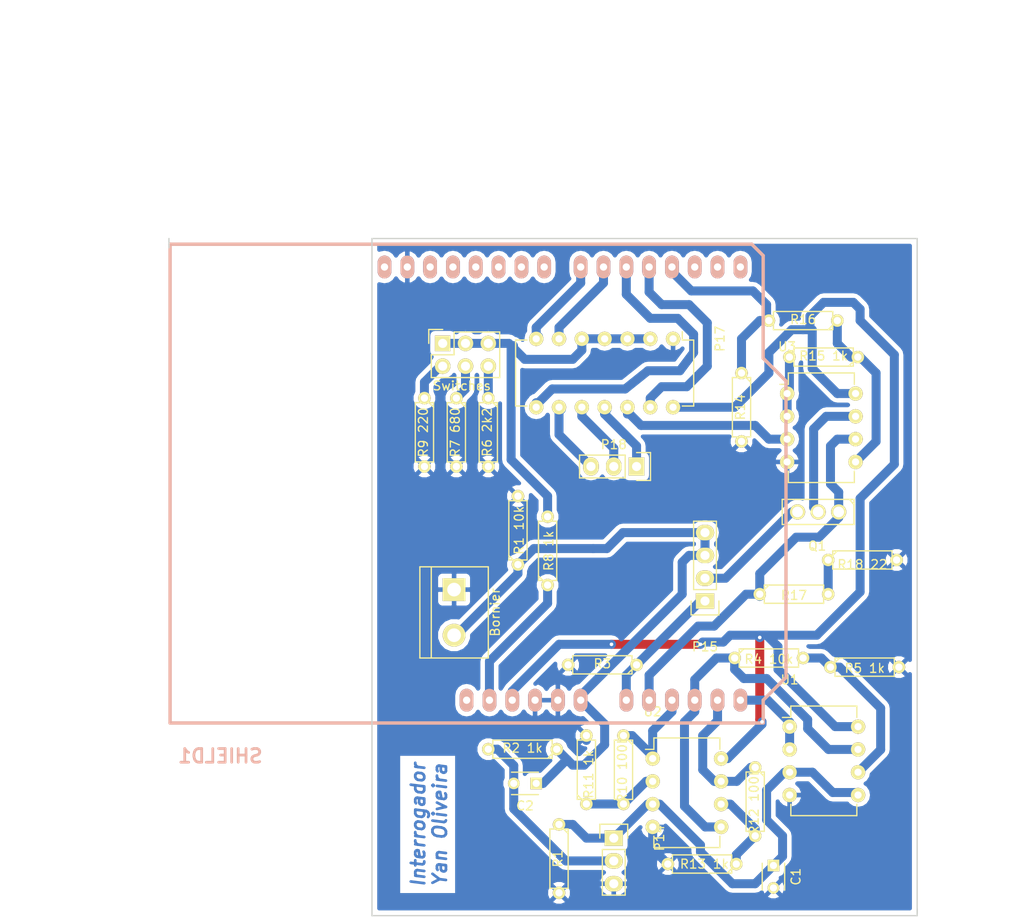
<source format=kicad_pcb>
(kicad_pcb (version 4) (host pcbnew 4.0.0-stable)

  (general
    (links 85)
    (no_connects 0)
    (area 183.312999 51.486999 266.775001 127.075001)
    (thickness 1.6)
    (drawings 11)
    (tracks 292)
    (zones 0)
    (modules 32)
    (nets 45)
  )

  (page A4)
  (title_block
    (date "mar. 31 mars 2015")
  )

  (layers
    (0 F.Cu signal)
    (31 B.Cu signal)
    (32 B.Adhes user)
    (33 F.Adhes user)
    (34 B.Paste user)
    (35 F.Paste user)
    (36 B.SilkS user)
    (37 F.SilkS user)
    (38 B.Mask user)
    (39 F.Mask user)
    (40 Dwgs.User user)
    (41 Cmts.User user)
    (42 Eco1.User user)
    (43 Eco2.User user)
    (44 Edge.Cuts user)
    (45 Margin user)
    (46 B.CrtYd user)
    (47 F.CrtYd user)
    (48 B.Fab user)
    (49 F.Fab user)
  )

  (setup
    (last_trace_width 1)
    (user_trace_width 1)
    (user_trace_width 2)
    (trace_clearance 0.2)
    (zone_clearance 0.508)
    (zone_45_only no)
    (trace_min 0.25)
    (segment_width 0.15)
    (edge_width 0.15)
    (via_size 0.6)
    (via_drill 0.4)
    (via_min_size 0.4)
    (via_min_drill 0.3)
    (uvia_size 0.3)
    (uvia_drill 0.1)
    (uvias_allowed no)
    (uvia_min_size 0.2)
    (uvia_min_drill 0.1)
    (pcb_text_width 0.3)
    (pcb_text_size 1.5 1.5)
    (mod_edge_width 0.15)
    (mod_text_size 1 1)
    (mod_text_width 0.15)
    (pad_size 4.064 4.064)
    (pad_drill 3.048)
    (pad_to_mask_clearance 0)
    (aux_axis_origin 25.908 19.812)
    (visible_elements 7FFFFFFF)
    (pcbplotparams
      (layerselection 0x00030_80000001)
      (usegerberextensions false)
      (excludeedgelayer true)
      (linewidth 0.100000)
      (plotframeref false)
      (viasonmask false)
      (mode 1)
      (useauxorigin false)
      (hpglpennumber 1)
      (hpglpenspeed 20)
      (hpglpendiameter 15)
      (hpglpenoverlay 2)
      (psnegative false)
      (psa4output false)
      (plotreference true)
      (plotvalue true)
      (plotinvisibletext false)
      (padsonsilk true)
      (subtractmaskfromsilk false)
      (outputformat 1)
      (mirror false)
      (drillshape 0)
      (scaleselection 1)
      (outputdirectory ""))
  )

  (net 0 "")
  (net 1 GND)
  (net 2 +5V)
  (net 3 +3V3)
  (net 4 VCC)
  (net 5 "Net-(C2-Pad2)")
  (net 6 /LD)
  (net 7 "Net-(P16-Pad1)")
  (net 8 "Net-(P16-Pad2)")
  (net 9 "Net-(P16-Pad4)")
  (net 10 "Net-(P16-Pad6)")
  (net 11 "Net-(P17-Pad9)")
  (net 12 "Net-(P17-Pad10)")
  (net 13 "Net-(P17-Pad11)")
  (net 14 "Net-(P17-Pad12)")
  (net 15 "Net-(R4-Pad2)")
  (net 16 "Net-(R10-Pad2)")
  (net 17 "Net-(R12-Pad2)")
  (net 18 "Net-(R15-Pad1)")
  (net 19 /DAC_A)
  (net 20 "Net-(R17-Pad2)")
  (net 21 /1000X)
  (net 22 /10X)
  (net 23 /1X)
  (net 24 /100X)
  (net 25 /input)
  (net 26 /PD)
  (net 27 /DATA)
  (net 28 /CLK)
  (net 29 /LOAD)
  (net 30 /LDAC)
  (net 31 "Net-(Q1-Pad2)")
  (net 32 /AMPFEED)
  (net 33 /MOD)
  (net 34 "Net-(SHIELD1-PadRST)")
  (net 35 "Net-(SHIELD1-Pad0)")
  (net 36 "Net-(SHIELD1-Pad1)")
  (net 37 "Net-(SHIELD1-Pad2)")
  (net 38 "Net-(SHIELD1-PadAREF)")
  (net 39 "Net-(SHIELD1-Pad8)")
  (net 40 "Net-(SHIELD1-Pad9)")
  (net 41 "Net-(SHIELD1-Pad10)")
  (net 42 "Net-(SHIELD1-Pad11)")
  (net 43 "Net-(SHIELD1-Pad12)")
  (net 44 "Net-(SHIELD1-Pad13)")

  (net_class Default "This is the default net class."
    (clearance 0.2)
    (trace_width 0.25)
    (via_dia 0.6)
    (via_drill 0.4)
    (uvia_dia 0.3)
    (uvia_drill 0.1)
    (add_net +3V3)
    (add_net +5V)
    (add_net /1000X)
    (add_net /100X)
    (add_net /10X)
    (add_net /1X)
    (add_net /AMPFEED)
    (add_net /CLK)
    (add_net /DAC_A)
    (add_net /DATA)
    (add_net /LD)
    (add_net /LDAC)
    (add_net /LOAD)
    (add_net /MOD)
    (add_net /PD)
    (add_net /input)
    (add_net GND)
    (add_net "Net-(C2-Pad2)")
    (add_net "Net-(P16-Pad1)")
    (add_net "Net-(P16-Pad2)")
    (add_net "Net-(P16-Pad4)")
    (add_net "Net-(P16-Pad6)")
    (add_net "Net-(P17-Pad10)")
    (add_net "Net-(P17-Pad11)")
    (add_net "Net-(P17-Pad12)")
    (add_net "Net-(P17-Pad9)")
    (add_net "Net-(Q1-Pad2)")
    (add_net "Net-(R10-Pad2)")
    (add_net "Net-(R12-Pad2)")
    (add_net "Net-(R15-Pad1)")
    (add_net "Net-(R17-Pad2)")
    (add_net "Net-(R4-Pad2)")
    (add_net "Net-(SHIELD1-Pad0)")
    (add_net "Net-(SHIELD1-Pad1)")
    (add_net "Net-(SHIELD1-Pad10)")
    (add_net "Net-(SHIELD1-Pad11)")
    (add_net "Net-(SHIELD1-Pad12)")
    (add_net "Net-(SHIELD1-Pad13)")
    (add_net "Net-(SHIELD1-Pad2)")
    (add_net "Net-(SHIELD1-Pad8)")
    (add_net "Net-(SHIELD1-Pad9)")
    (add_net "Net-(SHIELD1-PadAREF)")
    (add_net "Net-(SHIELD1-PadRST)")
    (add_net VCC)
  )

  (module ARDUINO_SHIELD:ARDUINO_SHIELD (layer B.Cu) (tedit 57A3C549) (tstamp 57910DEA)
    (at 183.388 52.07)
    (path /57605BCC)
    (fp_text reference SHIELD1 (at 5.715 57.15) (layer B.SilkS)
      (effects (font (thickness 0.3048)) (justify mirror))
    )
    (fp_text value ARDUINO_SHIELD (at 10.16 54.61) (layer B.SilkS) hide
      (effects (font (thickness 0.3048)) (justify mirror))
    )
    (fp_line (start 66.167 12.827) (end 66.167 1.397) (layer B.SilkS) (width 0.381))
    (fp_line (start 66.167 1.397) (end 64.897 0.127) (layer B.SilkS) (width 0.381))
    (fp_line (start 64.897 0.127) (end 0.127 0.127) (layer B.SilkS) (width 0.381))
    (fp_line (start 66.167 53.467) (end 0.127 53.467) (layer B.SilkS) (width 0.381))
    (fp_line (start 0.127 53.467) (end 0.127 0.127) (layer B.SilkS) (width 0.381))
    (fp_line (start 66.167 12.827) (end 68.707 15.367) (layer B.SilkS) (width 0.381))
    (fp_line (start 68.707 15.367) (end 68.707 48.387) (layer B.SilkS) (width 0.381))
    (fp_line (start 68.707 48.387) (end 66.167 50.927) (layer B.SilkS) (width 0.381))
    (fp_line (start 66.167 50.927) (end 66.167 53.467) (layer B.SilkS) (width 0.381))
    (pad AD5 thru_hole oval (at 63.627 50.927 90) (size 2.54 1.524) (drill 0.8128) (layers *.Cu *.Mask B.SilkS)
      (net 23 /1X))
    (pad AD4 thru_hole oval (at 61.087 50.927 90) (size 2.54 1.524) (drill 0.8128) (layers *.Cu *.Mask B.SilkS)
      (net 21 /1000X))
    (pad AD3 thru_hole oval (at 58.547 50.927 90) (size 2.54 1.524) (drill 0.8128) (layers *.Cu *.Mask B.SilkS)
      (net 22 /10X))
    (pad AD0 thru_hole oval (at 50.927 50.927 90) (size 2.54 1.524) (drill 0.8128) (layers *.Cu *.Mask B.SilkS)
      (net 26 /PD))
    (pad AD1 thru_hole oval (at 53.467 50.927 90) (size 2.54 1.524) (drill 0.8128) (layers *.Cu *.Mask B.SilkS)
      (net 32 /AMPFEED))
    (pad AD2 thru_hole oval (at 56.007 50.927 90) (size 2.54 1.524) (drill 0.8128) (layers *.Cu *.Mask B.SilkS)
      (net 24 /100X))
    (pad V_IN thru_hole oval (at 45.847 50.927 90) (size 2.54 1.524) (drill 0.8128) (layers *.Cu *.Mask B.SilkS)
      (net 4 VCC))
    (pad GND2 thru_hole oval (at 43.307 50.927 90) (size 2.54 1.524) (drill 0.8128) (layers *.Cu *.Mask B.SilkS)
      (net 1 GND))
    (pad GND1 thru_hole oval (at 40.767 50.927 90) (size 2.54 1.524) (drill 0.8128) (layers *.Cu *.Mask B.SilkS)
      (net 1 GND))
    (pad 3V3 thru_hole oval (at 35.687 50.927 90) (size 2.54 1.524) (drill 0.8128) (layers *.Cu *.Mask B.SilkS)
      (net 3 +3V3))
    (pad RST thru_hole oval (at 33.147 50.927 90) (size 2.54 1.524) (drill 0.8128) (layers *.Cu *.Mask B.SilkS)
      (net 34 "Net-(SHIELD1-PadRST)"))
    (pad 0 thru_hole oval (at 63.627 2.667 90) (size 2.54 1.524) (drill 0.8128) (layers *.Cu *.Mask B.SilkS)
      (net 35 "Net-(SHIELD1-Pad0)"))
    (pad 1 thru_hole oval (at 61.087 2.667 90) (size 2.54 1.524) (drill 0.8128) (layers *.Cu *.Mask B.SilkS)
      (net 36 "Net-(SHIELD1-Pad1)"))
    (pad 2 thru_hole oval (at 58.547 2.667 90) (size 2.54 1.524) (drill 0.8128) (layers *.Cu *.Mask B.SilkS)
      (net 37 "Net-(SHIELD1-Pad2)"))
    (pad 3 thru_hole oval (at 56.007 2.667 90) (size 2.54 1.524) (drill 0.8128) (layers *.Cu *.Mask B.SilkS)
      (net 33 /MOD))
    (pad 4 thru_hole oval (at 53.467 2.667 90) (size 2.54 1.524) (drill 0.8128) (layers *.Cu *.Mask B.SilkS)
      (net 30 /LDAC))
    (pad 5 thru_hole oval (at 50.927 2.667 90) (size 2.54 1.524) (drill 0.8128) (layers *.Cu *.Mask B.SilkS)
      (net 29 /LOAD))
    (pad 6 thru_hole oval (at 48.387 2.667 90) (size 2.54 1.524) (drill 0.8128) (layers *.Cu *.Mask B.SilkS)
      (net 27 /DATA))
    (pad 7 thru_hole oval (at 45.847 2.667 90) (size 2.54 1.524) (drill 0.8128) (layers *.Cu *.Mask B.SilkS)
      (net 28 /CLK))
    (pad 8 thru_hole oval (at 41.783 2.667 90) (size 2.54 1.524) (drill 0.8128) (layers *.Cu *.Mask B.SilkS)
      (net 39 "Net-(SHIELD1-Pad8)"))
    (pad 9 thru_hole oval (at 39.243 2.667 90) (size 2.54 1.524) (drill 0.8128) (layers *.Cu *.Mask B.SilkS)
      (net 40 "Net-(SHIELD1-Pad9)"))
    (pad 10 thru_hole oval (at 36.703 2.667 90) (size 2.54 1.524) (drill 0.8128) (layers *.Cu *.Mask B.SilkS)
      (net 41 "Net-(SHIELD1-Pad10)"))
    (pad 11 thru_hole oval (at 34.163 2.667 90) (size 2.54 1.524) (drill 0.8128) (layers *.Cu *.Mask B.SilkS)
      (net 42 "Net-(SHIELD1-Pad11)"))
    (pad 12 thru_hole oval (at 31.623 2.667 90) (size 2.54 1.524) (drill 0.8128) (layers *.Cu *.Mask B.SilkS)
      (net 43 "Net-(SHIELD1-Pad12)"))
    (pad 13 thru_hole oval (at 29.083 2.667 90) (size 2.54 1.524) (drill 0.8128) (layers *.Cu *.Mask B.SilkS)
      (net 44 "Net-(SHIELD1-Pad13)"))
    (pad GND3 thru_hole oval (at 26.543 2.667 90) (size 2.54 1.524) (drill 0.8128) (layers *.Cu *.Mask B.SilkS)
      (net 1 GND))
    (pad AREF thru_hole oval (at 24.003 2.667 90) (size 2.54 1.524) (drill 0.8128) (layers *.Cu *.Mask B.SilkS)
      (net 38 "Net-(SHIELD1-PadAREF)"))
    (pad 5V thru_hole oval (at 38.227 50.927 90) (size 2.54 1.524) (drill 0.8128) (layers *.Cu *.Mask B.SilkS)
      (net 2 +5V))
  )

  (module Housings_DIP:DIP-8_W7.62mm (layer F.Cu) (tedit 54130A77) (tstamp 5792F947)
    (at 252.5 105.944)
    (descr "8-lead dip package, row spacing 7.62 mm (300 mils)")
    (tags "dil dip 2.54 300")
    (path /575B016A)
    (fp_text reference U1 (at 0 -5.22) (layer F.SilkS)
      (effects (font (size 1 1) (thickness 0.15)))
    )
    (fp_text value MCP6002 (at 0 -3.72) (layer F.Fab)
      (effects (font (size 1 1) (thickness 0.15)))
    )
    (fp_line (start -1.05 -2.45) (end -1.05 10.1) (layer F.CrtYd) (width 0.05))
    (fp_line (start 8.65 -2.45) (end 8.65 10.1) (layer F.CrtYd) (width 0.05))
    (fp_line (start -1.05 -2.45) (end 8.65 -2.45) (layer F.CrtYd) (width 0.05))
    (fp_line (start -1.05 10.1) (end 8.65 10.1) (layer F.CrtYd) (width 0.05))
    (fp_line (start 0.135 -2.295) (end 0.135 -1.025) (layer F.SilkS) (width 0.15))
    (fp_line (start 7.485 -2.295) (end 7.485 -1.025) (layer F.SilkS) (width 0.15))
    (fp_line (start 7.485 9.915) (end 7.485 8.645) (layer F.SilkS) (width 0.15))
    (fp_line (start 0.135 9.915) (end 0.135 8.645) (layer F.SilkS) (width 0.15))
    (fp_line (start 0.135 -2.295) (end 7.485 -2.295) (layer F.SilkS) (width 0.15))
    (fp_line (start 0.135 9.915) (end 7.485 9.915) (layer F.SilkS) (width 0.15))
    (fp_line (start 0.135 -1.025) (end -0.8 -1.025) (layer F.SilkS) (width 0.15))
    (pad 1 thru_hole oval (at 0 0) (size 1.6 1.6) (drill 0.8) (layers *.Cu *.Mask F.SilkS)
      (net 23 /1X))
    (pad 2 thru_hole oval (at 0 2.54) (size 1.6 1.6) (drill 0.8) (layers *.Cu *.Mask F.SilkS)
      (net 23 /1X))
    (pad 3 thru_hole oval (at 0 5.08) (size 1.6 1.6) (drill 0.8) (layers *.Cu *.Mask F.SilkS)
      (net 25 /input))
    (pad 4 thru_hole oval (at 0 7.62) (size 1.6 1.6) (drill 0.8) (layers *.Cu *.Mask F.SilkS)
      (net 1 GND))
    (pad 5 thru_hole oval (at 7.62 7.62) (size 1.6 1.6) (drill 0.8) (layers *.Cu *.Mask F.SilkS)
      (net 25 /input))
    (pad 6 thru_hole oval (at 7.62 5.08) (size 1.6 1.6) (drill 0.8) (layers *.Cu *.Mask F.SilkS)
      (net 15 "Net-(R4-Pad2)"))
    (pad 7 thru_hole oval (at 7.62 2.54) (size 1.6 1.6) (drill 0.8) (layers *.Cu *.Mask F.SilkS)
      (net 22 /10X))
    (pad 8 thru_hole oval (at 7.62 0) (size 1.6 1.6) (drill 0.8) (layers *.Cu *.Mask F.SilkS)
      (net 2 +5V))
    (model Housings_DIP.3dshapes/DIP-8_W7.62mm.wrl
      (at (xyz 0 0 0))
      (scale (xyz 1 1 1))
      (rotate (xyz 0 0 0))
    )
  )

  (module Housings_DIP:DIP-8_W7.62mm (layer F.Cu) (tedit 54130A77) (tstamp 5792F975)
    (at 252.222 68.834)
    (descr "8-lead dip package, row spacing 7.62 mm (300 mils)")
    (tags "dil dip 2.54 300")
    (path /575B019D)
    (fp_text reference U3 (at 0 -5.22) (layer F.SilkS)
      (effects (font (size 1 1) (thickness 0.15)))
    )
    (fp_text value MCP6002 (at 0 -3.72) (layer F.Fab)
      (effects (font (size 1 1) (thickness 0.15)))
    )
    (fp_line (start -1.05 -2.45) (end -1.05 10.1) (layer F.CrtYd) (width 0.05))
    (fp_line (start 8.65 -2.45) (end 8.65 10.1) (layer F.CrtYd) (width 0.05))
    (fp_line (start -1.05 -2.45) (end 8.65 -2.45) (layer F.CrtYd) (width 0.05))
    (fp_line (start -1.05 10.1) (end 8.65 10.1) (layer F.CrtYd) (width 0.05))
    (fp_line (start 0.135 -2.295) (end 0.135 -1.025) (layer F.SilkS) (width 0.15))
    (fp_line (start 7.485 -2.295) (end 7.485 -1.025) (layer F.SilkS) (width 0.15))
    (fp_line (start 7.485 9.915) (end 7.485 8.645) (layer F.SilkS) (width 0.15))
    (fp_line (start 0.135 9.915) (end 0.135 8.645) (layer F.SilkS) (width 0.15))
    (fp_line (start 0.135 -2.295) (end 7.485 -2.295) (layer F.SilkS) (width 0.15))
    (fp_line (start 0.135 9.915) (end 7.485 9.915) (layer F.SilkS) (width 0.15))
    (fp_line (start 0.135 -1.025) (end -0.8 -1.025) (layer F.SilkS) (width 0.15))
    (pad 1 thru_hole oval (at 0 0) (size 1.6 1.6) (drill 0.8) (layers *.Cu *.Mask F.SilkS)
      (net 19 /DAC_A))
    (pad 2 thru_hole oval (at 0 2.54) (size 1.6 1.6) (drill 0.8) (layers *.Cu *.Mask F.SilkS)
      (net 19 /DAC_A))
    (pad 3 thru_hole oval (at 0 5.08) (size 1.6 1.6) (drill 0.8) (layers *.Cu *.Mask F.SilkS)
      (net 14 "Net-(P17-Pad12)"))
    (pad 4 thru_hole oval (at 0 7.62) (size 1.6 1.6) (drill 0.8) (layers *.Cu *.Mask F.SilkS)
      (net 1 GND))
    (pad 5 thru_hole oval (at 7.62 7.62) (size 1.6 1.6) (drill 0.8) (layers *.Cu *.Mask F.SilkS)
      (net 18 "Net-(R15-Pad1)"))
    (pad 6 thru_hole oval (at 7.62 5.08) (size 1.6 1.6) (drill 0.8) (layers *.Cu *.Mask F.SilkS)
      (net 32 /AMPFEED))
    (pad 7 thru_hole oval (at 7.62 2.54) (size 1.6 1.6) (drill 0.8) (layers *.Cu *.Mask F.SilkS)
      (net 31 "Net-(Q1-Pad2)"))
    (pad 8 thru_hole oval (at 7.62 0) (size 1.6 1.6) (drill 0.8) (layers *.Cu *.Mask F.SilkS)
      (net 2 +5V))
    (model Housings_DIP.3dshapes/DIP-8_W7.62mm.wrl
      (at (xyz 0 0 0))
      (scale (xyz 1 1 1))
      (rotate (xyz 0 0 0))
    )
  )

  (module Discret:R3 (layer F.Cu) (tedit 0) (tstamp 5792F85E)
    (at 231.648 99.06 180)
    (descr "Resitance 3 pas")
    (tags R)
    (path /575B0237)
    (fp_text reference R3 (at 0 0.127 180) (layer F.SilkS)
      (effects (font (size 1 1) (thickness 0.15)))
    )
    (fp_text value 10k (at 0 0.127 180) (layer F.Fab)
      (effects (font (size 1 1) (thickness 0.15)))
    )
    (fp_line (start -3.81 0) (end -3.302 0) (layer F.SilkS) (width 0.15))
    (fp_line (start 3.81 0) (end 3.302 0) (layer F.SilkS) (width 0.15))
    (fp_line (start 3.302 0) (end 3.302 -1.016) (layer F.SilkS) (width 0.15))
    (fp_line (start 3.302 -1.016) (end -3.302 -1.016) (layer F.SilkS) (width 0.15))
    (fp_line (start -3.302 -1.016) (end -3.302 1.016) (layer F.SilkS) (width 0.15))
    (fp_line (start -3.302 1.016) (end 3.302 1.016) (layer F.SilkS) (width 0.15))
    (fp_line (start 3.302 1.016) (end 3.302 0) (layer F.SilkS) (width 0.15))
    (fp_line (start -3.302 -0.508) (end -2.794 -1.016) (layer F.SilkS) (width 0.15))
    (pad 1 thru_hole circle (at -3.81 0 180) (size 1.397 1.397) (drill 0.8128) (layers *.Cu *.Mask F.SilkS)
      (net 26 /PD))
    (pad 2 thru_hole circle (at 3.81 0 180) (size 1.397 1.397) (drill 0.8128) (layers *.Cu *.Mask F.SilkS)
      (net 1 GND))
    (model Discret.3dshapes/R3.wrl
      (at (xyz 0 0 0))
      (scale (xyz 0.3 0.3 0.3))
      (rotate (xyz 0 0 0))
    )
  )

  (module Housings_DIP:DIP-14_W7.62mm (layer F.Cu) (tedit 54130A77) (tstamp 5792F837)
    (at 239.522 62.738 270)
    (descr "14-lead dip package, row spacing 7.62 mm (300 mils)")
    (tags "dil dip 2.54 300")
    (path /575B028D)
    (fp_text reference P17 (at 0 -5.22 270) (layer F.SilkS)
      (effects (font (size 1 1) (thickness 0.15)))
    )
    (fp_text value TLC5620 (at 0 -3.72 270) (layer F.Fab)
      (effects (font (size 1 1) (thickness 0.15)))
    )
    (fp_line (start -1.05 -2.45) (end -1.05 17.7) (layer F.CrtYd) (width 0.05))
    (fp_line (start 8.65 -2.45) (end 8.65 17.7) (layer F.CrtYd) (width 0.05))
    (fp_line (start -1.05 -2.45) (end 8.65 -2.45) (layer F.CrtYd) (width 0.05))
    (fp_line (start -1.05 17.7) (end 8.65 17.7) (layer F.CrtYd) (width 0.05))
    (fp_line (start 0.135 -2.295) (end 0.135 -1.025) (layer F.SilkS) (width 0.15))
    (fp_line (start 7.485 -2.295) (end 7.485 -1.025) (layer F.SilkS) (width 0.15))
    (fp_line (start 7.485 17.535) (end 7.485 16.265) (layer F.SilkS) (width 0.15))
    (fp_line (start 0.135 17.535) (end 0.135 16.265) (layer F.SilkS) (width 0.15))
    (fp_line (start 0.135 -2.295) (end 7.485 -2.295) (layer F.SilkS) (width 0.15))
    (fp_line (start 0.135 17.535) (end 7.485 17.535) (layer F.SilkS) (width 0.15))
    (fp_line (start 0.135 -1.025) (end -0.8 -1.025) (layer F.SilkS) (width 0.15))
    (pad 1 thru_hole oval (at 0 0 270) (size 1.6 1.6) (drill 0.8) (layers *.Cu *.Mask F.SilkS)
      (net 1 GND))
    (pad 2 thru_hole oval (at 0 2.54 270) (size 1.6 1.6) (drill 0.8) (layers *.Cu *.Mask F.SilkS)
      (net 7 "Net-(P16-Pad1)"))
    (pad 3 thru_hole oval (at 0 5.08 270) (size 1.6 1.6) (drill 0.8) (layers *.Cu *.Mask F.SilkS)
      (net 7 "Net-(P16-Pad1)"))
    (pad 4 thru_hole oval (at 0 7.62 270) (size 1.6 1.6) (drill 0.8) (layers *.Cu *.Mask F.SilkS)
      (net 7 "Net-(P16-Pad1)"))
    (pad 5 thru_hole oval (at 0 10.16 270) (size 1.6 1.6) (drill 0.8) (layers *.Cu *.Mask F.SilkS)
      (net 7 "Net-(P16-Pad1)"))
    (pad 6 thru_hole oval (at 0 12.7 270) (size 1.6 1.6) (drill 0.8) (layers *.Cu *.Mask F.SilkS)
      (net 27 /DATA))
    (pad 7 thru_hole oval (at 0 15.24 270) (size 1.6 1.6) (drill 0.8) (layers *.Cu *.Mask F.SilkS)
      (net 28 /CLK))
    (pad 8 thru_hole oval (at 7.62 15.24 270) (size 1.6 1.6) (drill 0.8) (layers *.Cu *.Mask F.SilkS)
      (net 29 /LOAD))
    (pad 9 thru_hole oval (at 7.62 12.7 270) (size 1.6 1.6) (drill 0.8) (layers *.Cu *.Mask F.SilkS)
      (net 11 "Net-(P17-Pad9)"))
    (pad 10 thru_hole oval (at 7.62 10.16 270) (size 1.6 1.6) (drill 0.8) (layers *.Cu *.Mask F.SilkS)
      (net 12 "Net-(P17-Pad10)"))
    (pad 11 thru_hole oval (at 7.62 7.62 270) (size 1.6 1.6) (drill 0.8) (layers *.Cu *.Mask F.SilkS)
      (net 13 "Net-(P17-Pad11)"))
    (pad 12 thru_hole oval (at 7.62 5.08 270) (size 1.6 1.6) (drill 0.8) (layers *.Cu *.Mask F.SilkS)
      (net 14 "Net-(P17-Pad12)"))
    (pad 13 thru_hole oval (at 7.62 2.54 270) (size 1.6 1.6) (drill 0.8) (layers *.Cu *.Mask F.SilkS)
      (net 30 /LDAC))
    (pad 14 thru_hole oval (at 7.62 0 270) (size 1.6 1.6) (drill 0.8) (layers *.Cu *.Mask F.SilkS)
      (net 2 +5V))
    (model Housings_DIP.3dshapes/DIP-14_W7.62mm.wrl
      (at (xyz 0 0 0))
      (scale (xyz 1 1 1))
      (rotate (xyz 0 0 0))
    )
  )

  (module Discret:R3 (layer F.Cu) (tedit 575E010B) (tstamp 575AF245)
    (at 211.836 73.152 270)
    (descr "Resitance 3 pas")
    (tags R)
    (path /575B035C)
    (fp_text reference "R9 220" (at 0 0.127 270) (layer F.SilkS)
      (effects (font (size 1 1) (thickness 0.15)))
    )
    (fp_text value 220 (at 0 -0.0508 270) (layer F.Fab)
      (effects (font (size 1 1) (thickness 0.15)))
    )
    (fp_line (start -3.81 0) (end -3.302 0) (layer F.SilkS) (width 0.15))
    (fp_line (start 3.81 0) (end 3.302 0) (layer F.SilkS) (width 0.15))
    (fp_line (start 3.302 0) (end 3.302 -1.016) (layer F.SilkS) (width 0.15))
    (fp_line (start 3.302 -1.016) (end -3.302 -1.016) (layer F.SilkS) (width 0.15))
    (fp_line (start -3.302 -1.016) (end -3.302 1.016) (layer F.SilkS) (width 0.15))
    (fp_line (start -3.302 1.016) (end 3.302 1.016) (layer F.SilkS) (width 0.15))
    (fp_line (start 3.302 1.016) (end 3.302 0) (layer F.SilkS) (width 0.15))
    (fp_line (start -3.302 -0.508) (end -2.794 -1.016) (layer F.SilkS) (width 0.15))
    (pad 1 thru_hole circle (at -3.81 0 270) (size 1.397 1.397) (drill 0.8128) (layers *.Cu *.Mask F.SilkS)
      (net 8 "Net-(P16-Pad2)"))
    (pad 2 thru_hole circle (at 3.81 0 270) (size 1.397 1.397) (drill 0.8128) (layers *.Cu *.Mask F.SilkS)
      (net 1 GND))
    (model Discret.3dshapes/R3.wrl
      (at (xyz 0 0 0))
      (scale (xyz 0.3 0.3 0.3))
      (rotate (xyz 0 0 0))
    )
  )

  (module Capacitors_ThroughHole:C_Disc_D3_P2.5 (layer F.Cu) (tedit 0) (tstamp 575AF135)
    (at 250.698 121.412 270)
    (descr "Capacitor 3mm Disc, Pitch 2.5mm")
    (tags Capacitor)
    (path /575B0153)
    (fp_text reference C1 (at 1.25 -2.5 270) (layer F.SilkS)
      (effects (font (size 1 1) (thickness 0.15)))
    )
    (fp_text value 100p (at 1.25 2.5 270) (layer F.Fab)
      (effects (font (size 1 1) (thickness 0.15)))
    )
    (fp_line (start -0.9 -1.5) (end 3.4 -1.5) (layer F.CrtYd) (width 0.05))
    (fp_line (start 3.4 -1.5) (end 3.4 1.5) (layer F.CrtYd) (width 0.05))
    (fp_line (start 3.4 1.5) (end -0.9 1.5) (layer F.CrtYd) (width 0.05))
    (fp_line (start -0.9 1.5) (end -0.9 -1.5) (layer F.CrtYd) (width 0.05))
    (fp_line (start -0.25 -1.25) (end 2.75 -1.25) (layer F.SilkS) (width 0.15))
    (fp_line (start 2.75 1.25) (end -0.25 1.25) (layer F.SilkS) (width 0.15))
    (pad 1 thru_hole rect (at 0 0 270) (size 1.3 1.3) (drill 0.8) (layers *.Cu *.Mask F.SilkS)
      (net 25 /input))
    (pad 2 thru_hole circle (at 2.5 0 270) (size 1.3 1.3) (drill 0.8001) (layers *.Cu *.Mask F.SilkS)
      (net 1 GND))
    (model Capacitors_ThroughHole.3dshapes/C_Disc_D3_P2.5.wrl
      (at (xyz 0.0492126 0 0))
      (scale (xyz 1 1 1))
      (rotate (xyz 0 0 0))
    )
  )

  (module Capacitors_ThroughHole:C_Disc_D3_P2.5 (layer F.Cu) (tedit 0) (tstamp 575AF141)
    (at 224.282 112.268 180)
    (descr "Capacitor 3mm Disc, Pitch 2.5mm")
    (tags Capacitor)
    (path /575B0131)
    (fp_text reference C2 (at 1.25 -2.5 180) (layer F.SilkS)
      (effects (font (size 1 1) (thickness 0.15)))
    )
    (fp_text value 100n (at 1.25 2.5 180) (layer F.Fab)
      (effects (font (size 1 1) (thickness 0.15)))
    )
    (fp_line (start -0.9 -1.5) (end 3.4 -1.5) (layer F.CrtYd) (width 0.05))
    (fp_line (start 3.4 -1.5) (end 3.4 1.5) (layer F.CrtYd) (width 0.05))
    (fp_line (start 3.4 1.5) (end -0.9 1.5) (layer F.CrtYd) (width 0.05))
    (fp_line (start -0.9 1.5) (end -0.9 -1.5) (layer F.CrtYd) (width 0.05))
    (fp_line (start -0.25 -1.25) (end 2.75 -1.25) (layer F.SilkS) (width 0.15))
    (fp_line (start 2.75 1.25) (end -0.25 1.25) (layer F.SilkS) (width 0.15))
    (pad 1 thru_hole rect (at 0 0 180) (size 1.3 1.3) (drill 0.8) (layers *.Cu *.Mask F.SilkS)
      (net 4 VCC))
    (pad 2 thru_hole circle (at 2.5 0 180) (size 1.3 1.3) (drill 0.8001) (layers *.Cu *.Mask F.SilkS)
      (net 5 "Net-(C2-Pad2)"))
    (model Capacitors_ThroughHole.3dshapes/C_Disc_D3_P2.5.wrl
      (at (xyz 0.0492126 0 0))
      (scale (xyz 1 1 1))
      (rotate (xyz 0 0 0))
    )
  )

  (module Socket_Strips:Socket_Strip_Straight_2x03 (layer F.Cu) (tedit 575E0496) (tstamp 575AF17D)
    (at 213.868 63.246)
    (descr "Through hole socket strip")
    (tags "socket strip")
    (path /575B0344)
    (fp_text reference Switches (at 2.1336 4.7244) (layer F.SilkS)
      (effects (font (size 1 1) (thickness 0.15)))
    )
    (fp_text value CONN_02X03 (at 0 -3.1) (layer F.Fab)
      (effects (font (size 1 1) (thickness 0.15)))
    )
    (fp_line (start 6.35 -1.27) (end 1.27 -1.27) (layer F.SilkS) (width 0.15))
    (fp_line (start -1.55 -1.55) (end 0 -1.55) (layer F.SilkS) (width 0.15))
    (fp_line (start -1.75 -1.75) (end -1.75 4.3) (layer F.CrtYd) (width 0.05))
    (fp_line (start 6.85 -1.75) (end 6.85 4.3) (layer F.CrtYd) (width 0.05))
    (fp_line (start -1.75 -1.75) (end 6.85 -1.75) (layer F.CrtYd) (width 0.05))
    (fp_line (start -1.75 4.3) (end 6.85 4.3) (layer F.CrtYd) (width 0.05))
    (fp_line (start -1.27 1.27) (end 1.27 1.27) (layer F.SilkS) (width 0.15))
    (fp_line (start 1.27 1.27) (end 1.27 -1.27) (layer F.SilkS) (width 0.15))
    (fp_line (start 6.35 -1.27) (end 6.35 3.81) (layer F.SilkS) (width 0.15))
    (fp_line (start 6.35 3.81) (end 1.27 3.81) (layer F.SilkS) (width 0.15))
    (fp_line (start -1.55 -1.55) (end -1.55 0) (layer F.SilkS) (width 0.15))
    (fp_line (start -1.27 3.81) (end -1.27 1.27) (layer F.SilkS) (width 0.15))
    (fp_line (start 1.27 3.81) (end -1.27 3.81) (layer F.SilkS) (width 0.15))
    (pad 1 thru_hole rect (at 0 0) (size 1.7272 1.7272) (drill 1.016) (layers *.Cu *.Mask F.SilkS)
      (net 7 "Net-(P16-Pad1)"))
    (pad 2 thru_hole oval (at 0 2.54) (size 1.7272 1.7272) (drill 1.016) (layers *.Cu *.Mask F.SilkS)
      (net 8 "Net-(P16-Pad2)"))
    (pad 3 thru_hole oval (at 2.54 0) (size 1.7272 1.7272) (drill 1.016) (layers *.Cu *.Mask F.SilkS)
      (net 7 "Net-(P16-Pad1)"))
    (pad 4 thru_hole oval (at 2.54 2.54) (size 1.7272 1.7272) (drill 1.016) (layers *.Cu *.Mask F.SilkS)
      (net 9 "Net-(P16-Pad4)"))
    (pad 5 thru_hole oval (at 5.08 0) (size 1.7272 1.7272) (drill 1.016) (layers *.Cu *.Mask F.SilkS)
      (net 7 "Net-(P16-Pad1)"))
    (pad 6 thru_hole oval (at 5.08 2.54) (size 1.7272 1.7272) (drill 1.016) (layers *.Cu *.Mask F.SilkS)
      (net 10 "Net-(P16-Pad6)"))
    (model Socket_Strips.3dshapes/Socket_Strip_Straight_2x03.wrl
      (at (xyz 0.1 -0.05 0))
      (scale (xyz 1 1 1))
      (rotate (xyz 0 0 180))
    )
  )

  (module Socket_Strips:Socket_Strip_Straight_1x03 (layer F.Cu) (tedit 575E01AC) (tstamp 575AF1AC)
    (at 235.458 76.962 180)
    (descr "Through hole socket strip")
    (tags "socket strip")
    (path /575B032E)
    (fp_text reference P18 (at 2.54 2.4384 180) (layer F.SilkS)
      (effects (font (size 1 1) (thickness 0.15)))
    )
    (fp_text value extout (at 0 -3.1 180) (layer F.Fab)
      (effects (font (size 1 1) (thickness 0.15)))
    )
    (fp_line (start 0 -1.55) (end -1.55 -1.55) (layer F.SilkS) (width 0.15))
    (fp_line (start -1.55 -1.55) (end -1.55 1.55) (layer F.SilkS) (width 0.15))
    (fp_line (start -1.55 1.55) (end 0 1.55) (layer F.SilkS) (width 0.15))
    (fp_line (start -1.75 -1.75) (end -1.75 1.75) (layer F.CrtYd) (width 0.05))
    (fp_line (start 6.85 -1.75) (end 6.85 1.75) (layer F.CrtYd) (width 0.05))
    (fp_line (start -1.75 -1.75) (end 6.85 -1.75) (layer F.CrtYd) (width 0.05))
    (fp_line (start -1.75 1.75) (end 6.85 1.75) (layer F.CrtYd) (width 0.05))
    (fp_line (start 1.27 -1.27) (end 6.35 -1.27) (layer F.SilkS) (width 0.15))
    (fp_line (start 6.35 -1.27) (end 6.35 1.27) (layer F.SilkS) (width 0.15))
    (fp_line (start 6.35 1.27) (end 1.27 1.27) (layer F.SilkS) (width 0.15))
    (fp_line (start 1.27 1.27) (end 1.27 -1.27) (layer F.SilkS) (width 0.15))
    (pad 1 thru_hole rect (at 0 0 180) (size 1.7272 2.032) (drill 1.016) (layers *.Cu *.Mask F.SilkS)
      (net 13 "Net-(P17-Pad11)"))
    (pad 2 thru_hole oval (at 2.54 0 180) (size 1.7272 2.032) (drill 1.016) (layers *.Cu *.Mask F.SilkS)
      (net 12 "Net-(P17-Pad10)"))
    (pad 3 thru_hole oval (at 5.08 0 180) (size 1.7272 2.032) (drill 1.016) (layers *.Cu *.Mask F.SilkS)
      (net 11 "Net-(P17-Pad9)"))
    (model Socket_Strips.3dshapes/Socket_Strip_Straight_1x03.wrl
      (at (xyz 0.1 0 0))
      (scale (xyz 1 1 1))
      (rotate (xyz 0 0 180))
    )
  )

  (module Connect:bornier2 (layer F.Cu) (tedit 575E00E1) (tstamp 575AF1B7)
    (at 215.138 93.218 270)
    (descr "Bornier d'alimentation 2 pins")
    (tags DEV)
    (path /575B02F2)
    (fp_text reference Bornier (at 0 -4.572 270) (layer F.SilkS)
      (effects (font (size 1 1) (thickness 0.15)))
    )
    (fp_text value PowerIn (at 0 5.08 270) (layer F.Fab)
      (effects (font (size 1 1) (thickness 0.15)))
    )
    (fp_line (start 5.08 2.54) (end -5.08 2.54) (layer F.SilkS) (width 0.15))
    (fp_line (start 5.08 3.81) (end 5.08 -3.81) (layer F.SilkS) (width 0.15))
    (fp_line (start 5.08 -3.81) (end -5.08 -3.81) (layer F.SilkS) (width 0.15))
    (fp_line (start -5.08 -3.81) (end -5.08 3.81) (layer F.SilkS) (width 0.15))
    (fp_line (start -5.08 3.81) (end 5.08 3.81) (layer F.SilkS) (width 0.15))
    (pad 1 thru_hole rect (at -2.54 0 270) (size 2.54 2.54) (drill 1.524) (layers *.Cu *.Mask F.SilkS)
      (net 1 GND))
    (pad 2 thru_hole circle (at 2.54 0 270) (size 2.54 2.54) (drill 1.524) (layers *.Cu *.Mask F.SilkS)
      (net 4 VCC))
    (model Connect.3dshapes/bornier2.wrl
      (at (xyz 0 0 0))
      (scale (xyz 1 1 1))
      (rotate (xyz 0 0 0))
    )
  )

  (module Discret:R3 (layer F.Cu) (tedit 575E00B7) (tstamp 575AF1D5)
    (at 222.25 84.074 90)
    (descr "Resitance 3 pas")
    (tags R)
    (path /575B014C)
    (fp_text reference "R1 10k" (at 0 0.127 90) (layer F.SilkS)
      (effects (font (size 1 1) (thickness 0.15)))
    )
    (fp_text value 10k (at -0.254 0 90) (layer F.Fab)
      (effects (font (size 1 1) (thickness 0.15)))
    )
    (fp_line (start -3.81 0) (end -3.302 0) (layer F.SilkS) (width 0.15))
    (fp_line (start 3.81 0) (end 3.302 0) (layer F.SilkS) (width 0.15))
    (fp_line (start 3.302 0) (end 3.302 -1.016) (layer F.SilkS) (width 0.15))
    (fp_line (start 3.302 -1.016) (end -3.302 -1.016) (layer F.SilkS) (width 0.15))
    (fp_line (start -3.302 -1.016) (end -3.302 1.016) (layer F.SilkS) (width 0.15))
    (fp_line (start -3.302 1.016) (end 3.302 1.016) (layer F.SilkS) (width 0.15))
    (fp_line (start 3.302 1.016) (end 3.302 0) (layer F.SilkS) (width 0.15))
    (fp_line (start -3.302 -0.508) (end -2.794 -1.016) (layer F.SilkS) (width 0.15))
    (pad 1 thru_hole circle (at -3.81 0 90) (size 1.397 1.397) (drill 0.8128) (layers *.Cu *.Mask F.SilkS)
      (net 4 VCC))
    (pad 2 thru_hole circle (at 3.81 0 90) (size 1.397 1.397) (drill 0.8128) (layers *.Cu *.Mask F.SilkS)
      (net 1 GND))
    (model Discret.3dshapes/R3.wrl
      (at (xyz 0 0 0))
      (scale (xyz 0.3 0.3 0.3))
      (rotate (xyz 0 0 0))
    )
  )

  (module Discret:R3 (layer F.Cu) (tedit 575E00C2) (tstamp 575AF1E3)
    (at 222.758 108.458 180)
    (descr "Resitance 3 pas")
    (tags R)
    (path /575B012A)
    (fp_text reference "R2 1k" (at 0 0.127 180) (layer F.SilkS)
      (effects (font (size 1 1) (thickness 0.15)))
    )
    (fp_text value 1k (at 0 0.127 180) (layer F.Fab)
      (effects (font (size 1 1) (thickness 0.15)))
    )
    (fp_line (start -3.81 0) (end -3.302 0) (layer F.SilkS) (width 0.15))
    (fp_line (start 3.81 0) (end 3.302 0) (layer F.SilkS) (width 0.15))
    (fp_line (start 3.302 0) (end 3.302 -1.016) (layer F.SilkS) (width 0.15))
    (fp_line (start 3.302 -1.016) (end -3.302 -1.016) (layer F.SilkS) (width 0.15))
    (fp_line (start -3.302 -1.016) (end -3.302 1.016) (layer F.SilkS) (width 0.15))
    (fp_line (start -3.302 1.016) (end 3.302 1.016) (layer F.SilkS) (width 0.15))
    (fp_line (start 3.302 1.016) (end 3.302 0) (layer F.SilkS) (width 0.15))
    (fp_line (start -3.302 -0.508) (end -2.794 -1.016) (layer F.SilkS) (width 0.15))
    (pad 1 thru_hole circle (at -3.81 0 180) (size 1.397 1.397) (drill 0.8128) (layers *.Cu *.Mask F.SilkS)
      (net 4 VCC))
    (pad 2 thru_hole circle (at 3.81 0 180) (size 1.397 1.397) (drill 0.8128) (layers *.Cu *.Mask F.SilkS)
      (net 5 "Net-(C2-Pad2)"))
    (model Discret.3dshapes/R3.wrl
      (at (xyz 0 0 0))
      (scale (xyz 0.3 0.3 0.3))
      (rotate (xyz 0 0 0))
    )
  )

  (module Discret:R3 (layer F.Cu) (tedit 575E01EE) (tstamp 575AF1FF)
    (at 250.19 98.298)
    (descr "Resitance 3 pas")
    (tags R)
    (path /575B017D)
    (fp_text reference "R4 10k" (at 0 0.127) (layer F.SilkS)
      (effects (font (size 1 1) (thickness 0.15)))
    )
    (fp_text value 10k (at 0 0.127) (layer F.Fab)
      (effects (font (size 1 1) (thickness 0.15)))
    )
    (fp_line (start -3.81 0) (end -3.302 0) (layer F.SilkS) (width 0.15))
    (fp_line (start 3.81 0) (end 3.302 0) (layer F.SilkS) (width 0.15))
    (fp_line (start 3.302 0) (end 3.302 -1.016) (layer F.SilkS) (width 0.15))
    (fp_line (start 3.302 -1.016) (end -3.302 -1.016) (layer F.SilkS) (width 0.15))
    (fp_line (start -3.302 -1.016) (end -3.302 1.016) (layer F.SilkS) (width 0.15))
    (fp_line (start -3.302 1.016) (end 3.302 1.016) (layer F.SilkS) (width 0.15))
    (fp_line (start 3.302 1.016) (end 3.302 0) (layer F.SilkS) (width 0.15))
    (fp_line (start -3.302 -0.508) (end -2.794 -1.016) (layer F.SilkS) (width 0.15))
    (pad 1 thru_hole circle (at -3.81 0) (size 1.397 1.397) (drill 0.8128) (layers *.Cu *.Mask F.SilkS)
      (net 22 /10X))
    (pad 2 thru_hole circle (at 3.81 0) (size 1.397 1.397) (drill 0.8128) (layers *.Cu *.Mask F.SilkS)
      (net 15 "Net-(R4-Pad2)"))
    (model Discret.3dshapes/R3.wrl
      (at (xyz 0 0 0))
      (scale (xyz 0.3 0.3 0.3))
      (rotate (xyz 0 0 0))
    )
  )

  (module Discret:R3 (layer F.Cu) (tedit 575E01F4) (tstamp 575AF20D)
    (at 260.858 99.314)
    (descr "Resitance 3 pas")
    (tags R)
    (path /575B0184)
    (fp_text reference "R5 1k" (at 0 0.127) (layer F.SilkS)
      (effects (font (size 1 1) (thickness 0.15)))
    )
    (fp_text value 1k (at 0 0.127) (layer F.Fab)
      (effects (font (size 1 1) (thickness 0.15)))
    )
    (fp_line (start -3.81 0) (end -3.302 0) (layer F.SilkS) (width 0.15))
    (fp_line (start 3.81 0) (end 3.302 0) (layer F.SilkS) (width 0.15))
    (fp_line (start 3.302 0) (end 3.302 -1.016) (layer F.SilkS) (width 0.15))
    (fp_line (start 3.302 -1.016) (end -3.302 -1.016) (layer F.SilkS) (width 0.15))
    (fp_line (start -3.302 -1.016) (end -3.302 1.016) (layer F.SilkS) (width 0.15))
    (fp_line (start -3.302 1.016) (end 3.302 1.016) (layer F.SilkS) (width 0.15))
    (fp_line (start 3.302 1.016) (end 3.302 0) (layer F.SilkS) (width 0.15))
    (fp_line (start -3.302 -0.508) (end -2.794 -1.016) (layer F.SilkS) (width 0.15))
    (pad 1 thru_hole circle (at -3.81 0) (size 1.397 1.397) (drill 0.8128) (layers *.Cu *.Mask F.SilkS)
      (net 15 "Net-(R4-Pad2)"))
    (pad 2 thru_hole circle (at 3.81 0) (size 1.397 1.397) (drill 0.8128) (layers *.Cu *.Mask F.SilkS)
      (net 1 GND))
    (model Discret.3dshapes/R3.wrl
      (at (xyz 0 0 0))
      (scale (xyz 0.3 0.3 0.3))
      (rotate (xyz 0 0 0))
    )
  )

  (module Discret:R3 (layer F.Cu) (tedit 575E011E) (tstamp 575AF21B)
    (at 218.948 73.152 270)
    (descr "Resitance 3 pas")
    (tags R)
    (path /575B036A)
    (fp_text reference "R6 2k2" (at 0 0.127 270) (layer F.SilkS)
      (effects (font (size 1 1) (thickness 0.15)))
    )
    (fp_text value 2k2 (at 0 0.127 270) (layer F.Fab)
      (effects (font (size 1 1) (thickness 0.15)))
    )
    (fp_line (start -3.81 0) (end -3.302 0) (layer F.SilkS) (width 0.15))
    (fp_line (start 3.81 0) (end 3.302 0) (layer F.SilkS) (width 0.15))
    (fp_line (start 3.302 0) (end 3.302 -1.016) (layer F.SilkS) (width 0.15))
    (fp_line (start 3.302 -1.016) (end -3.302 -1.016) (layer F.SilkS) (width 0.15))
    (fp_line (start -3.302 -1.016) (end -3.302 1.016) (layer F.SilkS) (width 0.15))
    (fp_line (start -3.302 1.016) (end 3.302 1.016) (layer F.SilkS) (width 0.15))
    (fp_line (start 3.302 1.016) (end 3.302 0) (layer F.SilkS) (width 0.15))
    (fp_line (start -3.302 -0.508) (end -2.794 -1.016) (layer F.SilkS) (width 0.15))
    (pad 1 thru_hole circle (at -3.81 0 270) (size 1.397 1.397) (drill 0.8128) (layers *.Cu *.Mask F.SilkS)
      (net 10 "Net-(P16-Pad6)"))
    (pad 2 thru_hole circle (at 3.81 0 270) (size 1.397 1.397) (drill 0.8128) (layers *.Cu *.Mask F.SilkS)
      (net 1 GND))
    (model Discret.3dshapes/R3.wrl
      (at (xyz 0 0 0))
      (scale (xyz 0.3 0.3 0.3))
      (rotate (xyz 0 0 0))
    )
  )

  (module Discret:R3 (layer F.Cu) (tedit 575E0110) (tstamp 575AF229)
    (at 215.392 73.152 270)
    (descr "Resitance 3 pas")
    (tags R)
    (path /575B0363)
    (fp_text reference "R7 680" (at 0 0.127 270) (layer F.SilkS)
      (effects (font (size 1 1) (thickness 0.15)))
    )
    (fp_text value 680 (at 0 0.127 270) (layer F.Fab)
      (effects (font (size 1 1) (thickness 0.15)))
    )
    (fp_line (start -3.81 0) (end -3.302 0) (layer F.SilkS) (width 0.15))
    (fp_line (start 3.81 0) (end 3.302 0) (layer F.SilkS) (width 0.15))
    (fp_line (start 3.302 0) (end 3.302 -1.016) (layer F.SilkS) (width 0.15))
    (fp_line (start 3.302 -1.016) (end -3.302 -1.016) (layer F.SilkS) (width 0.15))
    (fp_line (start -3.302 -1.016) (end -3.302 1.016) (layer F.SilkS) (width 0.15))
    (fp_line (start -3.302 1.016) (end 3.302 1.016) (layer F.SilkS) (width 0.15))
    (fp_line (start 3.302 1.016) (end 3.302 0) (layer F.SilkS) (width 0.15))
    (fp_line (start -3.302 -0.508) (end -2.794 -1.016) (layer F.SilkS) (width 0.15))
    (pad 1 thru_hole circle (at -3.81 0 270) (size 1.397 1.397) (drill 0.8128) (layers *.Cu *.Mask F.SilkS)
      (net 9 "Net-(P16-Pad4)"))
    (pad 2 thru_hole circle (at 3.81 0 270) (size 1.397 1.397) (drill 0.8128) (layers *.Cu *.Mask F.SilkS)
      (net 1 GND))
    (model Discret.3dshapes/R3.wrl
      (at (xyz 0 0 0))
      (scale (xyz 0.3 0.3 0.3))
      (rotate (xyz 0 0 0))
    )
  )

  (module Discret:R3 (layer F.Cu) (tedit 575E00BD) (tstamp 575AF237)
    (at 225.552 86.36 90)
    (descr "Resitance 3 pas")
    (tags R)
    (path /575B0351)
    (fp_text reference "R8 1k" (at 0 0.127 90) (layer F.SilkS)
      (effects (font (size 1 1) (thickness 0.15)))
    )
    (fp_text value 1k (at 0 0.127 90) (layer F.Fab)
      (effects (font (size 1 1) (thickness 0.15)))
    )
    (fp_line (start -3.81 0) (end -3.302 0) (layer F.SilkS) (width 0.15))
    (fp_line (start 3.81 0) (end 3.302 0) (layer F.SilkS) (width 0.15))
    (fp_line (start 3.302 0) (end 3.302 -1.016) (layer F.SilkS) (width 0.15))
    (fp_line (start 3.302 -1.016) (end -3.302 -1.016) (layer F.SilkS) (width 0.15))
    (fp_line (start -3.302 -1.016) (end -3.302 1.016) (layer F.SilkS) (width 0.15))
    (fp_line (start -3.302 1.016) (end 3.302 1.016) (layer F.SilkS) (width 0.15))
    (fp_line (start 3.302 1.016) (end 3.302 0) (layer F.SilkS) (width 0.15))
    (fp_line (start -3.302 -0.508) (end -2.794 -1.016) (layer F.SilkS) (width 0.15))
    (pad 1 thru_hole circle (at -3.81 0 90) (size 1.397 1.397) (drill 0.8128) (layers *.Cu *.Mask F.SilkS)
      (net 3 +3V3))
    (pad 2 thru_hole circle (at 3.81 0 90) (size 1.397 1.397) (drill 0.8128) (layers *.Cu *.Mask F.SilkS)
      (net 7 "Net-(P16-Pad1)"))
    (model Discret.3dshapes/R3.wrl
      (at (xyz 0 0 0))
      (scale (xyz 0.3 0.3 0.3))
      (rotate (xyz 0 0 0))
    )
  )

  (module Discret:R3 (layer F.Cu) (tedit 575E020E) (tstamp 575AF253)
    (at 234 110.75 270)
    (descr "Resitance 3 pas")
    (tags R)
    (path /575B01E2)
    (fp_text reference "R10 100k" (at 0 0.127 270) (layer F.SilkS)
      (effects (font (size 1 1) (thickness 0.15)))
    )
    (fp_text value 100k (at 0 0.127 270) (layer F.Fab)
      (effects (font (size 1 1) (thickness 0.15)))
    )
    (fp_line (start -3.81 0) (end -3.302 0) (layer F.SilkS) (width 0.15))
    (fp_line (start 3.81 0) (end 3.302 0) (layer F.SilkS) (width 0.15))
    (fp_line (start 3.302 0) (end 3.302 -1.016) (layer F.SilkS) (width 0.15))
    (fp_line (start 3.302 -1.016) (end -3.302 -1.016) (layer F.SilkS) (width 0.15))
    (fp_line (start -3.302 -1.016) (end -3.302 1.016) (layer F.SilkS) (width 0.15))
    (fp_line (start -3.302 1.016) (end 3.302 1.016) (layer F.SilkS) (width 0.15))
    (fp_line (start 3.302 1.016) (end 3.302 0) (layer F.SilkS) (width 0.15))
    (fp_line (start -3.302 -0.508) (end -2.794 -1.016) (layer F.SilkS) (width 0.15))
    (pad 1 thru_hole circle (at -3.81 0 270) (size 1.397 1.397) (drill 0.8128) (layers *.Cu *.Mask F.SilkS)
      (net 24 /100X))
    (pad 2 thru_hole circle (at 3.81 0 270) (size 1.397 1.397) (drill 0.8128) (layers *.Cu *.Mask F.SilkS)
      (net 16 "Net-(R10-Pad2)"))
    (model Discret.3dshapes/R3.wrl
      (at (xyz 0 0 0))
      (scale (xyz 0.3 0.3 0.3))
      (rotate (xyz 0 0 0))
    )
  )

  (module Discret:R3 (layer F.Cu) (tedit 575E0207) (tstamp 575AF261)
    (at 229.87 110.744 90)
    (descr "Resitance 3 pas")
    (tags R)
    (path /575B01E9)
    (fp_text reference "R11 1k" (at -0.508 0.254 90) (layer F.SilkS)
      (effects (font (size 1 1) (thickness 0.15)))
    )
    (fp_text value 1k (at 0 0.127 90) (layer F.Fab)
      (effects (font (size 1 1) (thickness 0.15)))
    )
    (fp_line (start -3.81 0) (end -3.302 0) (layer F.SilkS) (width 0.15))
    (fp_line (start 3.81 0) (end 3.302 0) (layer F.SilkS) (width 0.15))
    (fp_line (start 3.302 0) (end 3.302 -1.016) (layer F.SilkS) (width 0.15))
    (fp_line (start 3.302 -1.016) (end -3.302 -1.016) (layer F.SilkS) (width 0.15))
    (fp_line (start -3.302 -1.016) (end -3.302 1.016) (layer F.SilkS) (width 0.15))
    (fp_line (start -3.302 1.016) (end 3.302 1.016) (layer F.SilkS) (width 0.15))
    (fp_line (start 3.302 1.016) (end 3.302 0) (layer F.SilkS) (width 0.15))
    (fp_line (start -3.302 -0.508) (end -2.794 -1.016) (layer F.SilkS) (width 0.15))
    (pad 1 thru_hole circle (at -3.81 0 90) (size 1.397 1.397) (drill 0.8128) (layers *.Cu *.Mask F.SilkS)
      (net 16 "Net-(R10-Pad2)"))
    (pad 2 thru_hole circle (at 3.81 0 90) (size 1.397 1.397) (drill 0.8128) (layers *.Cu *.Mask F.SilkS)
      (net 1 GND))
    (model Discret.3dshapes/R3.wrl
      (at (xyz 0 0 0))
      (scale (xyz 0.3 0.3 0.3))
      (rotate (xyz 0 0 0))
    )
  )

  (module Discret:R3 (layer F.Cu) (tedit 575E0245) (tstamp 575AF26F)
    (at 248.666 114.3 270)
    (descr "Resitance 3 pas")
    (tags R)
    (path /575B01A4)
    (fp_text reference "R12 100k" (at 0 0.127 270) (layer F.SilkS)
      (effects (font (size 1 1) (thickness 0.15)))
    )
    (fp_text value 100k (at 0 0.127 270) (layer F.Fab)
      (effects (font (size 1 1) (thickness 0.15)))
    )
    (fp_line (start -3.81 0) (end -3.302 0) (layer F.SilkS) (width 0.15))
    (fp_line (start 3.81 0) (end 3.302 0) (layer F.SilkS) (width 0.15))
    (fp_line (start 3.302 0) (end 3.302 -1.016) (layer F.SilkS) (width 0.15))
    (fp_line (start 3.302 -1.016) (end -3.302 -1.016) (layer F.SilkS) (width 0.15))
    (fp_line (start -3.302 -1.016) (end -3.302 1.016) (layer F.SilkS) (width 0.15))
    (fp_line (start -3.302 1.016) (end 3.302 1.016) (layer F.SilkS) (width 0.15))
    (fp_line (start 3.302 1.016) (end 3.302 0) (layer F.SilkS) (width 0.15))
    (fp_line (start -3.302 -0.508) (end -2.794 -1.016) (layer F.SilkS) (width 0.15))
    (pad 1 thru_hole circle (at -3.81 0 270) (size 1.397 1.397) (drill 0.8128) (layers *.Cu *.Mask F.SilkS)
      (net 21 /1000X))
    (pad 2 thru_hole circle (at 3.81 0 270) (size 1.397 1.397) (drill 0.8128) (layers *.Cu *.Mask F.SilkS)
      (net 17 "Net-(R12-Pad2)"))
    (model Discret.3dshapes/R3.wrl
      (at (xyz 0 0 0))
      (scale (xyz 0.3 0.3 0.3))
      (rotate (xyz 0 0 0))
    )
  )

  (module Discret:R3 (layer F.Cu) (tedit 575E0200) (tstamp 575AF27D)
    (at 242.75 121.25 180)
    (descr "Resitance 3 pas")
    (tags R)
    (path /575B01AB)
    (fp_text reference "R13 1k" (at -0.254 0 180) (layer F.SilkS)
      (effects (font (size 1 1) (thickness 0.15)))
    )
    (fp_text value 1k (at 0 0.127 180) (layer F.Fab)
      (effects (font (size 1 1) (thickness 0.15)))
    )
    (fp_line (start -3.81 0) (end -3.302 0) (layer F.SilkS) (width 0.15))
    (fp_line (start 3.81 0) (end 3.302 0) (layer F.SilkS) (width 0.15))
    (fp_line (start 3.302 0) (end 3.302 -1.016) (layer F.SilkS) (width 0.15))
    (fp_line (start 3.302 -1.016) (end -3.302 -1.016) (layer F.SilkS) (width 0.15))
    (fp_line (start -3.302 -1.016) (end -3.302 1.016) (layer F.SilkS) (width 0.15))
    (fp_line (start -3.302 1.016) (end 3.302 1.016) (layer F.SilkS) (width 0.15))
    (fp_line (start 3.302 1.016) (end 3.302 0) (layer F.SilkS) (width 0.15))
    (fp_line (start -3.302 -0.508) (end -2.794 -1.016) (layer F.SilkS) (width 0.15))
    (pad 1 thru_hole circle (at -3.81 0 180) (size 1.397 1.397) (drill 0.8128) (layers *.Cu *.Mask F.SilkS)
      (net 17 "Net-(R12-Pad2)"))
    (pad 2 thru_hole circle (at 3.81 0 180) (size 1.397 1.397) (drill 0.8128) (layers *.Cu *.Mask F.SilkS)
      (net 1 GND))
    (model Discret.3dshapes/R3.wrl
      (at (xyz 0 0 0))
      (scale (xyz 0.3 0.3 0.3))
      (rotate (xyz 0 0 0))
    )
  )

  (module Discret:R3 (layer F.Cu) (tedit 575E029A) (tstamp 575AF299)
    (at 256.286 64.77 180)
    (descr "Resitance 3 pas")
    (tags R)
    (path /575B02DC)
    (fp_text reference "R15 1k" (at 0 0.127 180) (layer F.SilkS)
      (effects (font (size 1 1) (thickness 0.15)))
    )
    (fp_text value 1k (at 0 0.127 180) (layer F.Fab)
      (effects (font (size 1 1) (thickness 0.15)))
    )
    (fp_line (start -3.81 0) (end -3.302 0) (layer F.SilkS) (width 0.15))
    (fp_line (start 3.81 0) (end 3.302 0) (layer F.SilkS) (width 0.15))
    (fp_line (start 3.302 0) (end 3.302 -1.016) (layer F.SilkS) (width 0.15))
    (fp_line (start 3.302 -1.016) (end -3.302 -1.016) (layer F.SilkS) (width 0.15))
    (fp_line (start -3.302 -1.016) (end -3.302 1.016) (layer F.SilkS) (width 0.15))
    (fp_line (start -3.302 1.016) (end 3.302 1.016) (layer F.SilkS) (width 0.15))
    (fp_line (start 3.302 1.016) (end 3.302 0) (layer F.SilkS) (width 0.15))
    (fp_line (start -3.302 -0.508) (end -2.794 -1.016) (layer F.SilkS) (width 0.15))
    (pad 1 thru_hole circle (at -3.81 0 180) (size 1.397 1.397) (drill 0.8128) (layers *.Cu *.Mask F.SilkS)
      (net 18 "Net-(R15-Pad1)"))
    (pad 2 thru_hole circle (at 3.81 0 180) (size 1.397 1.397) (drill 0.8128) (layers *.Cu *.Mask F.SilkS)
      (net 19 /DAC_A))
    (model Discret.3dshapes/R3.wrl
      (at (xyz 0 0 0))
      (scale (xyz 0.3 0.3 0.3))
      (rotate (xyz 0 0 0))
    )
  )

  (module Discret:R3 (layer F.Cu) (tedit 575E023E) (tstamp 575AF2C3)
    (at 260.604 87.376)
    (descr "Resitance 3 pas")
    (tags R)
    (path /575B027C)
    (fp_text reference "R18 22" (at 0 0.508) (layer F.SilkS)
      (effects (font (size 1 1) (thickness 0.15)))
    )
    (fp_text value 22 (at 0 0.127) (layer F.Fab)
      (effects (font (size 1 1) (thickness 0.15)))
    )
    (fp_line (start -3.81 0) (end -3.302 0) (layer F.SilkS) (width 0.15))
    (fp_line (start 3.81 0) (end 3.302 0) (layer F.SilkS) (width 0.15))
    (fp_line (start 3.302 0) (end 3.302 -1.016) (layer F.SilkS) (width 0.15))
    (fp_line (start 3.302 -1.016) (end -3.302 -1.016) (layer F.SilkS) (width 0.15))
    (fp_line (start -3.302 -1.016) (end -3.302 1.016) (layer F.SilkS) (width 0.15))
    (fp_line (start -3.302 1.016) (end 3.302 1.016) (layer F.SilkS) (width 0.15))
    (fp_line (start 3.302 1.016) (end 3.302 0) (layer F.SilkS) (width 0.15))
    (fp_line (start -3.302 -0.508) (end -2.794 -1.016) (layer F.SilkS) (width 0.15))
    (pad 1 thru_hole circle (at -3.81 0) (size 1.397 1.397) (drill 0.8128) (layers *.Cu *.Mask F.SilkS)
      (net 20 "Net-(R17-Pad2)"))
    (pad 2 thru_hole circle (at 3.81 0) (size 1.397 1.397) (drill 0.8128) (layers *.Cu *.Mask F.SilkS)
      (net 1 GND))
    (model Discret.3dshapes/R3.wrl
      (at (xyz 0 0 0))
      (scale (xyz 0.3 0.3 0.3))
      (rotate (xyz 0 0 0))
    )
  )

  (module Socket_Strips:Socket_Strip_Straight_1x03 (layer F.Cu) (tedit 54E9F429) (tstamp 579116CE)
    (at 232.918 118.364 270)
    (descr "Through hole socket strip")
    (tags "socket strip")
    (path /575B013E)
    (fp_text reference P14 (at 0 -5.1 270) (layer F.SilkS)
      (effects (font (size 1 1) (thickness 0.15)))
    )
    (fp_text value Detector (at 0 -3.1 270) (layer F.Fab)
      (effects (font (size 1 1) (thickness 0.15)))
    )
    (fp_line (start 0 -1.55) (end -1.55 -1.55) (layer F.SilkS) (width 0.15))
    (fp_line (start -1.55 -1.55) (end -1.55 1.55) (layer F.SilkS) (width 0.15))
    (fp_line (start -1.55 1.55) (end 0 1.55) (layer F.SilkS) (width 0.15))
    (fp_line (start -1.75 -1.75) (end -1.75 1.75) (layer F.CrtYd) (width 0.05))
    (fp_line (start 6.85 -1.75) (end 6.85 1.75) (layer F.CrtYd) (width 0.05))
    (fp_line (start -1.75 -1.75) (end 6.85 -1.75) (layer F.CrtYd) (width 0.05))
    (fp_line (start -1.75 1.75) (end 6.85 1.75) (layer F.CrtYd) (width 0.05))
    (fp_line (start 1.27 -1.27) (end 6.35 -1.27) (layer F.SilkS) (width 0.15))
    (fp_line (start 6.35 -1.27) (end 6.35 1.27) (layer F.SilkS) (width 0.15))
    (fp_line (start 6.35 1.27) (end 1.27 1.27) (layer F.SilkS) (width 0.15))
    (fp_line (start 1.27 1.27) (end 1.27 -1.27) (layer F.SilkS) (width 0.15))
    (pad 1 thru_hole rect (at 0 0 270) (size 1.7272 2.032) (drill 1.016) (layers *.Cu *.Mask F.SilkS)
      (net 25 /input))
    (pad 2 thru_hole oval (at 2.54 0 270) (size 1.7272 2.032) (drill 1.016) (layers *.Cu *.Mask F.SilkS)
      (net 5 "Net-(C2-Pad2)"))
    (pad 3 thru_hole oval (at 5.08 0 270) (size 1.7272 2.032) (drill 1.016) (layers *.Cu *.Mask F.SilkS)
      (net 1 GND))
    (model Socket_Strips.3dshapes/Socket_Strip_Straight_1x03.wrl
      (at (xyz 0.1 0 0))
      (scale (xyz 1 1 1))
      (rotate (xyz 0 0 180))
    )
  )

  (module Pin_Headers:Pin_Header_Straight_1x04 (layer F.Cu) (tedit 0) (tstamp 579116E1)
    (at 243.078 91.948 180)
    (descr "Through hole pin header")
    (tags "pin header")
    (path /575B0108)
    (fp_text reference P15 (at 0 -5.1 180) (layer F.SilkS)
      (effects (font (size 1 1) (thickness 0.15)))
    )
    (fp_text value "laser (PD+LD)" (at 0 -3.1 180) (layer F.Fab)
      (effects (font (size 1 1) (thickness 0.15)))
    )
    (fp_line (start -1.75 -1.75) (end -1.75 9.4) (layer F.CrtYd) (width 0.05))
    (fp_line (start 1.75 -1.75) (end 1.75 9.4) (layer F.CrtYd) (width 0.05))
    (fp_line (start -1.75 -1.75) (end 1.75 -1.75) (layer F.CrtYd) (width 0.05))
    (fp_line (start -1.75 9.4) (end 1.75 9.4) (layer F.CrtYd) (width 0.05))
    (fp_line (start -1.27 1.27) (end -1.27 8.89) (layer F.SilkS) (width 0.15))
    (fp_line (start 1.27 1.27) (end 1.27 8.89) (layer F.SilkS) (width 0.15))
    (fp_line (start 1.55 -1.55) (end 1.55 0) (layer F.SilkS) (width 0.15))
    (fp_line (start -1.27 8.89) (end 1.27 8.89) (layer F.SilkS) (width 0.15))
    (fp_line (start 1.27 1.27) (end -1.27 1.27) (layer F.SilkS) (width 0.15))
    (fp_line (start -1.55 0) (end -1.55 -1.55) (layer F.SilkS) (width 0.15))
    (fp_line (start -1.55 -1.55) (end 1.55 -1.55) (layer F.SilkS) (width 0.15))
    (pad 1 thru_hole rect (at 0 0 180) (size 2.032 1.7272) (drill 1.016) (layers *.Cu *.Mask F.SilkS)
      (net 26 /PD))
    (pad 2 thru_hole oval (at 0 2.54 180) (size 2.032 1.7272) (drill 1.016) (layers *.Cu *.Mask F.SilkS)
      (net 6 /LD))
    (pad 3 thru_hole oval (at 0 5.08 180) (size 2.032 1.7272) (drill 1.016) (layers *.Cu *.Mask F.SilkS)
      (net 4 VCC))
    (pad 4 thru_hole oval (at 0 7.62 180) (size 2.032 1.7272) (drill 1.016) (layers *.Cu *.Mask F.SilkS)
      (net 4 VCC))
    (model Pin_Headers.3dshapes/Pin_Header_Straight_1x04.wrl
      (at (xyz 0 -0.15 0))
      (scale (xyz 1 1 1))
      (rotate (xyz 0 0 90))
    )
  )

  (module TO_SOT_Packages_THT:SOT126_SOT32_Housing_Vertical (layer F.Cu) (tedit 0) (tstamp 5791170F)
    (at 255.674 82.024 180)
    (descr "SOT126, SOT32, Housing, Vertical,")
    (tags "SOT126, SOT32, Housing, Vertical,")
    (path /576C93FD)
    (fp_text reference Q1 (at 0.09906 -3.79984 180) (layer F.SilkS)
      (effects (font (size 1 1) (thickness 0.15)))
    )
    (fp_text value Q_NPN_EBC (at 0.70104 4.30022 180) (layer F.Fab)
      (effects (font (size 1 1) (thickness 0.15)))
    )
    (fp_line (start -4.0005 0.8001) (end -3.50012 1.39954) (layer F.SilkS) (width 0.15))
    (fp_line (start -4.0005 1.39954) (end 4.0005 1.39954) (layer F.SilkS) (width 0.15))
    (fp_line (start -4.0005 -1.39954) (end 4.0005 -1.39954) (layer F.SilkS) (width 0.15))
    (fp_line (start -4.0005 -1.39954) (end -4.0005 1.39954) (layer F.SilkS) (width 0.15))
    (fp_line (start 4.0005 -1.39954) (end 4.0005 1.39954) (layer F.SilkS) (width 0.15))
    (pad 2 thru_hole circle (at 0 0 180) (size 1.69926 1.69926) (drill 1.19888) (layers *.Cu *.Mask F.SilkS)
      (net 31 "Net-(Q1-Pad2)"))
    (pad 1 thru_hole circle (at -2.29108 0 180) (size 1.69926 1.69926) (drill 1.19888) (layers *.Cu *.Mask F.SilkS)
      (net 32 /AMPFEED))
    (pad 3 thru_hole circle (at 2.29108 0 180) (size 1.69926 1.69926) (drill 1.19888) (layers *.Cu *.Mask F.SilkS)
      (net 6 /LD))
    (model TO_SOT_Packages_THT.3dshapes/SOT126_SOT32_Housing_Vertical.wrl
      (at (xyz 0 0 0))
      (scale (xyz 0.3937 0.3937 0.3937))
      (rotate (xyz 0 0 0))
    )
  )

  (module Discret:R3 (layer F.Cu) (tedit 0) (tstamp 5791171D)
    (at 226.822 120.65 270)
    (descr "Resitance 3 pas")
    (tags R)
    (path /575B014C)
    (fp_text reference R1 (at 0 0.127 270) (layer F.SilkS)
      (effects (font (size 1 1) (thickness 0.15)))
    )
    (fp_text value 10k (at 0 0.127 270) (layer F.Fab)
      (effects (font (size 1 1) (thickness 0.15)))
    )
    (fp_line (start -3.81 0) (end -3.302 0) (layer F.SilkS) (width 0.15))
    (fp_line (start 3.81 0) (end 3.302 0) (layer F.SilkS) (width 0.15))
    (fp_line (start 3.302 0) (end 3.302 -1.016) (layer F.SilkS) (width 0.15))
    (fp_line (start 3.302 -1.016) (end -3.302 -1.016) (layer F.SilkS) (width 0.15))
    (fp_line (start -3.302 -1.016) (end -3.302 1.016) (layer F.SilkS) (width 0.15))
    (fp_line (start -3.302 1.016) (end 3.302 1.016) (layer F.SilkS) (width 0.15))
    (fp_line (start 3.302 1.016) (end 3.302 0) (layer F.SilkS) (width 0.15))
    (fp_line (start -3.302 -0.508) (end -2.794 -1.016) (layer F.SilkS) (width 0.15))
    (pad 1 thru_hole circle (at -3.81 0 270) (size 1.397 1.397) (drill 0.8128) (layers *.Cu *.Mask F.SilkS)
      (net 25 /input))
    (pad 2 thru_hole circle (at 3.81 0 270) (size 1.397 1.397) (drill 0.8128) (layers *.Cu *.Mask F.SilkS)
      (net 1 GND))
    (model Discret.3dshapes/R3.wrl
      (at (xyz 0 0 0))
      (scale (xyz 0.3 0.3 0.3))
      (rotate (xyz 0 0 0))
    )
  )

  (module Discret:R3 (layer F.Cu) (tedit 0) (tstamp 5792F8F8)
    (at 247.142 70.358 270)
    (descr "Resitance 3 pas")
    (tags R)
    (path /575B030D)
    (fp_text reference R14 (at 0 0.127 270) (layer F.SilkS)
      (effects (font (size 1 1) (thickness 0.15)))
    )
    (fp_text value 100k (at 0 0.127 270) (layer F.Fab)
      (effects (font (size 1 1) (thickness 0.15)))
    )
    (fp_line (start -3.81 0) (end -3.302 0) (layer F.SilkS) (width 0.15))
    (fp_line (start 3.81 0) (end 3.302 0) (layer F.SilkS) (width 0.15))
    (fp_line (start 3.302 0) (end 3.302 -1.016) (layer F.SilkS) (width 0.15))
    (fp_line (start 3.302 -1.016) (end -3.302 -1.016) (layer F.SilkS) (width 0.15))
    (fp_line (start -3.302 -1.016) (end -3.302 1.016) (layer F.SilkS) (width 0.15))
    (fp_line (start -3.302 1.016) (end 3.302 1.016) (layer F.SilkS) (width 0.15))
    (fp_line (start 3.302 1.016) (end 3.302 0) (layer F.SilkS) (width 0.15))
    (fp_line (start -3.302 -0.508) (end -2.794 -1.016) (layer F.SilkS) (width 0.15))
    (pad 1 thru_hole circle (at -3.81 0 270) (size 1.397 1.397) (drill 0.8128) (layers *.Cu *.Mask F.SilkS)
      (net 33 /MOD))
    (pad 2 thru_hole circle (at 3.81 0 270) (size 1.397 1.397) (drill 0.8128) (layers *.Cu *.Mask F.SilkS)
      (net 1 GND))
    (model Discret.3dshapes/R3.wrl
      (at (xyz 0 0 0))
      (scale (xyz 0.3 0.3 0.3))
      (rotate (xyz 0 0 0))
    )
  )

  (module Discret:R3 (layer F.Cu) (tedit 0) (tstamp 5792F914)
    (at 254 60.706 180)
    (descr "Resitance 3 pas")
    (tags R)
    (path /575B02E3)
    (fp_text reference R16 (at 0 0.127 180) (layer F.SilkS)
      (effects (font (size 1 1) (thickness 0.15)))
    )
    (fp_text value 15k (at 0 0.127 180) (layer F.Fab)
      (effects (font (size 1 1) (thickness 0.15)))
    )
    (fp_line (start -3.81 0) (end -3.302 0) (layer F.SilkS) (width 0.15))
    (fp_line (start 3.81 0) (end 3.302 0) (layer F.SilkS) (width 0.15))
    (fp_line (start 3.302 0) (end 3.302 -1.016) (layer F.SilkS) (width 0.15))
    (fp_line (start 3.302 -1.016) (end -3.302 -1.016) (layer F.SilkS) (width 0.15))
    (fp_line (start -3.302 -1.016) (end -3.302 1.016) (layer F.SilkS) (width 0.15))
    (fp_line (start -3.302 1.016) (end 3.302 1.016) (layer F.SilkS) (width 0.15))
    (fp_line (start 3.302 1.016) (end 3.302 0) (layer F.SilkS) (width 0.15))
    (fp_line (start -3.302 -0.508) (end -2.794 -1.016) (layer F.SilkS) (width 0.15))
    (pad 1 thru_hole circle (at -3.81 0 180) (size 1.397 1.397) (drill 0.8128) (layers *.Cu *.Mask F.SilkS)
      (net 18 "Net-(R15-Pad1)"))
    (pad 2 thru_hole circle (at 3.81 0 180) (size 1.397 1.397) (drill 0.8128) (layers *.Cu *.Mask F.SilkS)
      (net 33 /MOD))
    (model Discret.3dshapes/R3.wrl
      (at (xyz 0 0 0))
      (scale (xyz 0.3 0.3 0.3))
      (rotate (xyz 0 0 0))
    )
  )

  (module Discret:R3 (layer F.Cu) (tedit 0) (tstamp 5792F922)
    (at 252.984 91.186)
    (descr "Resitance 3 pas")
    (tags R)
    (path /575B0275)
    (fp_text reference R17 (at 0 0.127) (layer F.SilkS)
      (effects (font (size 1 1) (thickness 0.15)))
    )
    (fp_text value 10 (at 0 0.127) (layer F.Fab)
      (effects (font (size 1 1) (thickness 0.15)))
    )
    (fp_line (start -3.81 0) (end -3.302 0) (layer F.SilkS) (width 0.15))
    (fp_line (start 3.81 0) (end 3.302 0) (layer F.SilkS) (width 0.15))
    (fp_line (start 3.302 0) (end 3.302 -1.016) (layer F.SilkS) (width 0.15))
    (fp_line (start 3.302 -1.016) (end -3.302 -1.016) (layer F.SilkS) (width 0.15))
    (fp_line (start -3.302 -1.016) (end -3.302 1.016) (layer F.SilkS) (width 0.15))
    (fp_line (start -3.302 1.016) (end 3.302 1.016) (layer F.SilkS) (width 0.15))
    (fp_line (start 3.302 1.016) (end 3.302 0) (layer F.SilkS) (width 0.15))
    (fp_line (start -3.302 -0.508) (end -2.794 -1.016) (layer F.SilkS) (width 0.15))
    (pad 1 thru_hole circle (at -3.81 0) (size 1.397 1.397) (drill 0.8128) (layers *.Cu *.Mask F.SilkS)
      (net 32 /AMPFEED))
    (pad 2 thru_hole circle (at 3.81 0) (size 1.397 1.397) (drill 0.8128) (layers *.Cu *.Mask F.SilkS)
      (net 20 "Net-(R17-Pad2)"))
    (model Discret.3dshapes/R3.wrl
      (at (xyz 0 0 0))
      (scale (xyz 0.3 0.3 0.3))
      (rotate (xyz 0 0 0))
    )
  )

  (module Housings_DIP:DIP-8_W7.62mm (layer F.Cu) (tedit 54130A77) (tstamp 5792F95E)
    (at 237.25 109.5)
    (descr "8-lead dip package, row spacing 7.62 mm (300 mils)")
    (tags "dil dip 2.54 300")
    (path /575B01CE)
    (fp_text reference U2 (at 0 -5.22) (layer F.SilkS)
      (effects (font (size 1 1) (thickness 0.15)))
    )
    (fp_text value MCP6002 (at 0 -3.72) (layer F.Fab)
      (effects (font (size 1 1) (thickness 0.15)))
    )
    (fp_line (start -1.05 -2.45) (end -1.05 10.1) (layer F.CrtYd) (width 0.05))
    (fp_line (start 8.65 -2.45) (end 8.65 10.1) (layer F.CrtYd) (width 0.05))
    (fp_line (start -1.05 -2.45) (end 8.65 -2.45) (layer F.CrtYd) (width 0.05))
    (fp_line (start -1.05 10.1) (end 8.65 10.1) (layer F.CrtYd) (width 0.05))
    (fp_line (start 0.135 -2.295) (end 0.135 -1.025) (layer F.SilkS) (width 0.15))
    (fp_line (start 7.485 -2.295) (end 7.485 -1.025) (layer F.SilkS) (width 0.15))
    (fp_line (start 7.485 9.915) (end 7.485 8.645) (layer F.SilkS) (width 0.15))
    (fp_line (start 0.135 9.915) (end 0.135 8.645) (layer F.SilkS) (width 0.15))
    (fp_line (start 0.135 -2.295) (end 7.485 -2.295) (layer F.SilkS) (width 0.15))
    (fp_line (start 0.135 9.915) (end 7.485 9.915) (layer F.SilkS) (width 0.15))
    (fp_line (start 0.135 -1.025) (end -0.8 -1.025) (layer F.SilkS) (width 0.15))
    (pad 1 thru_hole oval (at 0 0) (size 1.6 1.6) (drill 0.8) (layers *.Cu *.Mask F.SilkS)
      (net 24 /100X))
    (pad 2 thru_hole oval (at 0 2.54) (size 1.6 1.6) (drill 0.8) (layers *.Cu *.Mask F.SilkS)
      (net 16 "Net-(R10-Pad2)"))
    (pad 3 thru_hole oval (at 0 5.08) (size 1.6 1.6) (drill 0.8) (layers *.Cu *.Mask F.SilkS)
      (net 25 /input))
    (pad 4 thru_hole oval (at 0 7.62) (size 1.6 1.6) (drill 0.8) (layers *.Cu *.Mask F.SilkS)
      (net 1 GND))
    (pad 5 thru_hole oval (at 7.62 7.62) (size 1.6 1.6) (drill 0.8) (layers *.Cu *.Mask F.SilkS)
      (net 22 /10X))
    (pad 6 thru_hole oval (at 7.62 5.08) (size 1.6 1.6) (drill 0.8) (layers *.Cu *.Mask F.SilkS)
      (net 17 "Net-(R12-Pad2)"))
    (pad 7 thru_hole oval (at 7.62 2.54) (size 1.6 1.6) (drill 0.8) (layers *.Cu *.Mask F.SilkS)
      (net 21 /1000X))
    (pad 8 thru_hole oval (at 7.62 0) (size 1.6 1.6) (drill 0.8) (layers *.Cu *.Mask F.SilkS)
      (net 2 +5V))
    (model Housings_DIP.3dshapes/DIP-8_W7.62mm.wrl
      (at (xyz 0 0 0))
      (scale (xyz 1 1 1))
      (rotate (xyz 0 0 0))
    )
  )

  (dimension 68.58 (width 0.3) (layer Cmts.User)
    (gr_text 68,580mm (at 217.678 26.844) (layer Cmts.User)
      (effects (font (size 1.5 1.5) (thickness 0.3)))
    )
    (feature1 (pts (xy 183.388 67.31) (xy 183.388 25.494)))
    (feature2 (pts (xy 251.968 67.31) (xy 251.968 25.494)))
    (crossbar (pts (xy 251.968 28.194) (xy 183.388 28.194)))
    (arrow1a (pts (xy 183.388 28.194) (xy 184.514504 27.607579)))
    (arrow1b (pts (xy 183.388 28.194) (xy 184.514504 28.780421)))
    (arrow2a (pts (xy 251.968 28.194) (xy 250.841496 27.607579)))
    (arrow2b (pts (xy 251.968 28.194) (xy 250.841496 28.780421)))
  )
  (dimension 53.594 (width 0.3) (layer Cmts.User)
    (gr_text 53,594mm (at 170.862 78.867 90) (layer Cmts.User)
      (effects (font (size 1.5 1.5) (thickness 0.3)))
    )
    (feature1 (pts (xy 183.388 52.07) (xy 169.512 52.07)))
    (feature2 (pts (xy 183.388 105.664) (xy 169.512 105.664)))
    (crossbar (pts (xy 172.212 105.664) (xy 172.212 52.07)))
    (arrow1a (pts (xy 172.212 52.07) (xy 172.798421 53.196504)))
    (arrow1b (pts (xy 172.212 52.07) (xy 171.625579 53.196504)))
    (arrow2a (pts (xy 172.212 105.664) (xy 172.798421 104.537496)))
    (arrow2b (pts (xy 172.212 105.664) (xy 171.625579 104.537496)))
  )
  (gr_text "Interrogador\nYan Oliveira\n" (at 212.344 116.84 90) (layer B.Cu)
    (effects (font (size 1.5 1.5) (thickness 0.3) italic))
  )
  (dimension 75.438 (width 0.3) (layer Cmts.User)
    (gr_text 75,438mm (at 275.924 89.281 90) (layer Cmts.User)
      (effects (font (size 1.5 1.5) (thickness 0.3)))
    )
    (feature1 (pts (xy 266.7 51.562) (xy 277.274 51.562)))
    (feature2 (pts (xy 266.7 127) (xy 277.274 127)))
    (crossbar (pts (xy 274.574 127) (xy 274.574 51.562)))
    (arrow1a (pts (xy 274.574 51.562) (xy 275.160421 52.688504)))
    (arrow1b (pts (xy 274.574 51.562) (xy 273.987579 52.688504)))
    (arrow2a (pts (xy 274.574 127) (xy 275.160421 125.873496)))
    (arrow2b (pts (xy 274.574 127) (xy 273.987579 125.873496)))
  )
  (dimension 60.706 (width 0.3) (layer Cmts.User)
    (gr_text 60,706mm (at 236.347 42.338) (layer Cmts.User)
      (effects (font (size 1.5 1.5) (thickness 0.3)))
    )
    (feature1 (pts (xy 266.7 51.562) (xy 266.7 40.988)))
    (feature2 (pts (xy 205.994 51.562) (xy 205.994 40.988)))
    (crossbar (pts (xy 205.994 43.688) (xy 266.7 43.688)))
    (arrow1a (pts (xy 266.7 43.688) (xy 265.573496 44.274421)))
    (arrow1b (pts (xy 266.7 43.688) (xy 265.573496 43.101579)))
    (arrow2a (pts (xy 205.994 43.688) (xy 207.120504 44.274421)))
    (arrow2b (pts (xy 205.994 43.688) (xy 207.120504 43.101579)))
  )
  (gr_line (start 266.7 127) (end 266.7 126.238) (angle 90) (layer Edge.Cuts) (width 0.15))
  (gr_line (start 205.994 127) (end 266.7 127) (angle 90) (layer Edge.Cuts) (width 0.15))
  (gr_line (start 205.994 51.562) (end 205.994 127) (angle 90) (layer Edge.Cuts) (width 0.15))
  (gr_line (start 266.7 51.562) (end 205.994 51.562) (angle 90) (layer Edge.Cuts) (width 0.15))
  (gr_line (start 183.388 51.562) (end 183.388 52.578) (angle 90) (layer Edge.Cuts) (width 0.15))
  (gr_line (start 266.7 126.746) (end 266.7 51.562) (angle 90) (layer Edge.Cuts) (width 0.15))

  (segment (start 237.25 117.12) (end 237.25 119.126) (width 1) (layer B.Cu) (net 1))
  (segment (start 237.25 119.126) (end 237.25 119.56) (width 1) (layer B.Cu) (net 1) (tstamp 57A15E17))
  (segment (start 237.25 119.56) (end 238.94 121.25) (width 1) (layer B.Cu) (net 1) (tstamp 57A15DFF))
  (segment (start 229.87 106.934) (end 229.87 107.482) (width 1) (layer B.Cu) (net 1))
  (segment (start 226.695 102.997) (end 226.695 103.759) (width 1) (layer B.Cu) (net 1))
  (segment (start 251.968 76.454) (end 252.222 76.454) (width 1) (layer B.Cu) (net 1) (tstamp 579FF494))
  (segment (start 249.174 95.758) (end 255.524 95.758) (width 1) (layer B.Cu) (net 2))
  (segment (start 254.762 60.198) (end 254.762 61.722) (width 1) (layer B.Cu) (net 2) (tstamp 57A3C4E8))
  (segment (start 256.286 58.674) (end 254.762 60.198) (width 1) (layer B.Cu) (net 2) (tstamp 57A3C4E7))
  (segment (start 259.588 58.674) (end 256.286 58.674) (width 1) (layer B.Cu) (net 2) (tstamp 57A3C4E6))
  (segment (start 260.35 59.436) (end 259.588 58.674) (width 1) (layer B.Cu) (net 2) (tstamp 57A3C4E5))
  (segment (start 260.35 60.706) (end 260.35 59.436) (width 1) (layer B.Cu) (net 2) (tstamp 57A3C4E4))
  (segment (start 264.16 64.516) (end 260.35 60.706) (width 1) (layer B.Cu) (net 2) (tstamp 57A3C4E3))
  (segment (start 264.16 76.708) (end 264.16 64.516) (width 1) (layer B.Cu) (net 2) (tstamp 57A3C4E2))
  (segment (start 260.35 80.518) (end 264.16 76.708) (width 1) (layer B.Cu) (net 2) (tstamp 57A3C4E1))
  (segment (start 260.35 90.932) (end 260.35 80.518) (width 1) (layer B.Cu) (net 2) (tstamp 57A3C4DF))
  (segment (start 255.524 95.758) (end 260.35 90.932) (width 1) (layer B.Cu) (net 2) (tstamp 57A3C4DE))
  (segment (start 221.615 102.997) (end 221.615 101.981) (width 1) (layer B.Cu) (net 2))
  (segment (start 221.615 101.981) (end 226.822 96.774) (width 1) (layer B.Cu) (net 2) (tstamp 57A3C4C8))
  (segment (start 226.822 96.774) (end 232.664 96.774) (width 1) (layer B.Cu) (net 2) (tstamp 57A3C4C9))
  (via (at 232.664 96.774) (size 0.6) (drill 0.4) (layers F.Cu B.Cu) (net 2))
  (segment (start 232.664 96.774) (end 242.57 96.774) (width 1) (layer F.Cu) (net 2) (tstamp 57A3C4CC))
  (via (at 242.57 96.774) (size 0.6) (drill 0.4) (layers F.Cu B.Cu) (net 2))
  (segment (start 242.57 96.774) (end 242.824 96.52) (width 1) (layer B.Cu) (net 2) (tstamp 57A3C4CF))
  (segment (start 242.824 96.52) (end 245.11 96.52) (width 1) (layer B.Cu) (net 2) (tstamp 57A3C4D0))
  (segment (start 245.11 96.52) (end 245.872 95.758) (width 1) (layer B.Cu) (net 2) (tstamp 57A3C4D1))
  (segment (start 245.872 95.758) (end 249.174 95.758) (width 1) (layer B.Cu) (net 2) (tstamp 57A3C4D2))
  (segment (start 255.016 61.722) (end 254.762 61.722) (width 1) (layer B.Cu) (net 2))
  (segment (start 257.81 68.834) (end 255.016 66.04) (width 1) (layer B.Cu) (net 2) (tstamp 57A3C467))
  (segment (start 255.016 66.04) (end 255.016 61.722) (width 1) (layer B.Cu) (net 2) (tstamp 57A3C468))
  (segment (start 259.842 68.834) (end 257.81 68.834) (width 1) (layer B.Cu) (net 2))
  (segment (start 254.762 61.722) (end 254 61.722) (width 1) (layer B.Cu) (net 2) (tstamp 57A3C4EB))
  (segment (start 246.38 70.358) (end 239.522 70.358) (width 1) (layer B.Cu) (net 2))
  (segment (start 252.73 61.722) (end 254 61.722) (width 1) (layer B.Cu) (net 2) (tstamp 57A3C464))
  (segment (start 250.19 64.262) (end 252.73 61.722) (width 1) (layer B.Cu) (net 2) (tstamp 57A3C463))
  (segment (start 250.19 66.548) (end 250.19 64.262) (width 1) (layer B.Cu) (net 2) (tstamp 57A3C462))
  (segment (start 246.38 70.358) (end 250.19 66.548) (width 1) (layer B.Cu) (net 2) (tstamp 57A3C461))
  (segment (start 244.87 109.5) (end 245.592 109.5) (width 1) (layer B.Cu) (net 2))
  (segment (start 245.592 109.5) (end 249.428 105.664) (width 1) (layer B.Cu) (net 2) (tstamp 57A1752C))
  (segment (start 249.428 105.664) (end 249.428 105.41) (width 1) (layer B.Cu) (net 2) (tstamp 57A1752D))
  (via (at 249.428 105.41) (size 0.6) (drill 0.4) (layers F.Cu B.Cu) (net 2))
  (segment (start 249.428 105.41) (end 249.174 105.156) (width 1) (layer F.Cu) (net 2) (tstamp 57A17530))
  (segment (start 249.174 105.156) (end 249.174 96.012) (width 1) (layer F.Cu) (net 2) (tstamp 57A17531))
  (via (at 249.174 96.012) (size 0.6) (drill 0.4) (layers F.Cu B.Cu) (net 2))
  (segment (start 249.174 96.012) (end 249.174 95.758) (width 1) (layer B.Cu) (net 2) (tstamp 57A17534))
  (segment (start 249.174 95.758) (end 249.174 96.012) (width 1) (layer B.Cu) (net 2) (tstamp 57A17535))
  (segment (start 249.174 96.012) (end 249.174 95.758) (width 1) (layer B.Cu) (net 2) (tstamp 57A17537))
  (segment (start 260.12 105.944) (end 257.582 105.944) (width 1) (layer B.Cu) (net 2))
  (segment (start 257.582 105.944) (end 251.206 99.568) (width 1) (layer B.Cu) (net 2) (tstamp 57A174F3))
  (segment (start 251.206 99.568) (end 251.206 97.028) (width 1) (layer B.Cu) (net 2) (tstamp 57A174F6))
  (segment (start 251.206 97.028) (end 249.936 95.758) (width 1) (layer B.Cu) (net 2) (tstamp 57A174FE))
  (segment (start 249.936 95.758) (end 249.174 95.758) (width 1) (layer B.Cu) (net 2) (tstamp 57A17500))
  (segment (start 225.552 90.17) (end 225.552 92.202) (width 1) (layer B.Cu) (net 3))
  (segment (start 219.075 98.679) (end 219.075 102.997) (width 1) (layer B.Cu) (net 3) (tstamp 57A3C44D))
  (segment (start 225.552 92.202) (end 219.075 98.679) (width 1) (layer B.Cu) (net 3) (tstamp 57A3C44C))
  (segment (start 219.075 102.997) (end 219.075 103.759) (width 1) (layer B.Cu) (net 3))
  (segment (start 229.235 102.997) (end 229.235 102.489) (width 1) (layer B.Cu) (net 4))
  (segment (start 229.235 102.489) (end 240.538 91.186) (width 1) (layer B.Cu) (net 4) (tstamp 57A3C4BA))
  (segment (start 241.3 86.868) (end 243.078 86.868) (width 1) (layer B.Cu) (net 4) (tstamp 57A3C4BD))
  (segment (start 240.538 87.63) (end 241.3 86.868) (width 1) (layer B.Cu) (net 4) (tstamp 57A3C4BC))
  (segment (start 240.538 91.186) (end 240.538 87.63) (width 1) (layer B.Cu) (net 4) (tstamp 57A3C4BB))
  (segment (start 243.078 84.328) (end 233.934 84.328) (width 1) (layer B.Cu) (net 4))
  (segment (start 233.934 84.328) (end 232.156 86.106) (width 1) (layer B.Cu) (net 4) (tstamp 57A3C45C))
  (segment (start 232.156 86.106) (end 230.632 86.106) (width 1) (layer B.Cu) (net 4) (tstamp 57A3C45D))
  (segment (start 224.028 86.106) (end 222.25 87.884) (width 1) (layer B.Cu) (net 4) (tstamp 57A3C45E))
  (segment (start 230.632 86.106) (end 224.028 86.106) (width 1) (layer B.Cu) (net 4) (tstamp 57A3C476))
  (segment (start 215.138 95.758) (end 215.392 95.758) (width 1) (layer B.Cu) (net 4))
  (segment (start 215.392 95.758) (end 222.25 88.9) (width 1) (layer B.Cu) (net 4) (tstamp 57A3C451))
  (segment (start 222.25 88.9) (end 222.25 87.884) (width 1) (layer B.Cu) (net 4) (tstamp 57A3C452))
  (segment (start 243.078 84.328) (end 243.078 86.868) (width 1) (layer B.Cu) (net 4))
  (segment (start 224.282 112.268) (end 225.044 112.268) (width 1) (layer B.Cu) (net 4))
  (segment (start 225.044 112.268) (end 227.711 109.601) (width 1) (layer B.Cu) (net 4) (tstamp 57A1714D))
  (segment (start 229.235 102.997) (end 231.902 105.664) (width 1) (layer B.Cu) (net 4))
  (segment (start 228.346 110.236) (end 227.711 109.601) (width 1) (layer B.Cu) (net 4) (tstamp 57A1714A))
  (segment (start 227.711 109.601) (end 226.568 108.458) (width 1) (layer B.Cu) (net 4) (tstamp 57A17150))
  (segment (start 229.616 110.236) (end 228.346 110.236) (width 1) (layer B.Cu) (net 4) (tstamp 57A17149))
  (segment (start 231.902 107.95) (end 229.616 110.236) (width 1) (layer B.Cu) (net 4) (tstamp 57A17148))
  (segment (start 231.902 105.664) (end 231.902 107.95) (width 1) (layer B.Cu) (net 4) (tstamp 57A17147))
  (segment (start 229.235 102.997) (end 229.235 102.235) (width 1) (layer B.Cu) (net 4))
  (segment (start 221.782 112.268) (end 221.782 115.102) (width 1) (layer B.Cu) (net 5))
  (segment (start 227.584 120.904) (end 232.918 120.904) (width 1) (layer B.Cu) (net 5) (tstamp 57A173E2))
  (segment (start 221.782 115.102) (end 227.584 120.904) (width 1) (layer B.Cu) (net 5) (tstamp 57A173E1))
  (segment (start 221.782 112.268) (end 221.782 110.276) (width 1) (layer B.Cu) (net 5))
  (segment (start 219.964 108.458) (end 218.948 108.458) (width 1) (layer B.Cu) (net 5) (tstamp 57A171CA))
  (segment (start 221.782 110.276) (end 219.964 108.458) (width 1) (layer B.Cu) (net 5) (tstamp 57A171C9))
  (segment (start 253.38292 82.024) (end 252.748 82.024) (width 1) (layer B.Cu) (net 6))
  (segment (start 252.748 82.024) (end 245.364 89.408) (width 1) (layer B.Cu) (net 6) (tstamp 57A3C35F))
  (segment (start 245.364 89.408) (end 243.078 89.408) (width 1) (layer B.Cu) (net 6) (tstamp 57A3C360))
  (segment (start 225.552 82.55) (end 225.552 80.264) (width 1) (layer B.Cu) (net 7))
  (segment (start 221.742 63.5) (end 221.742 63.754) (width 1) (layer B.Cu) (net 7) (tstamp 57A3C428))
  (segment (start 221.488 63.5) (end 221.742 63.5) (width 1) (layer B.Cu) (net 7) (tstamp 57A3C426))
  (segment (start 221.488 76.2) (end 221.488 63.5) (width 1) (layer B.Cu) (net 7) (tstamp 57A3C424))
  (segment (start 225.552 80.264) (end 221.488 76.2) (width 1) (layer B.Cu) (net 7) (tstamp 57A3C423))
  (segment (start 234.442 62.738) (end 236.982 62.738) (width 1) (layer B.Cu) (net 7))
  (segment (start 231.902 62.738) (end 234.442 62.738) (width 1) (layer B.Cu) (net 7))
  (segment (start 229.362 62.738) (end 231.902 62.738) (width 1) (layer B.Cu) (net 7))
  (segment (start 223.012 65.024) (end 228.346 65.024) (width 1) (layer B.Cu) (net 7))
  (segment (start 229.362 64.008) (end 229.362 62.738) (width 1) (layer B.Cu) (net 7) (tstamp 57A3C253))
  (segment (start 228.346 65.024) (end 229.362 64.008) (width 1) (layer B.Cu) (net 7) (tstamp 57A3C252))
  (segment (start 218.948 63.246) (end 221.234 63.246) (width 1) (layer B.Cu) (net 7))
  (segment (start 221.234 63.246) (end 221.742 63.754) (width 1) (layer B.Cu) (net 7) (tstamp 57A3C24E))
  (segment (start 221.742 63.754) (end 223.012 65.024) (width 1) (layer B.Cu) (net 7) (tstamp 57A3C429))
  (segment (start 216.408 63.246) (end 218.948 63.246) (width 1) (layer B.Cu) (net 7))
  (segment (start 213.868 63.246) (end 216.408 63.246) (width 1) (layer B.Cu) (net 7))
  (segment (start 223.012 65.024) (end 224.028 65.024) (width 1) (layer B.Cu) (net 7) (tstamp 57A3C247))
  (segment (start 213.868 65.786) (end 213.614 65.786) (width 1) (layer B.Cu) (net 8))
  (segment (start 213.614 65.786) (end 211.836 67.564) (width 1) (layer B.Cu) (net 8) (tstamp 57A3C41A))
  (segment (start 211.836 67.564) (end 211.836 69.342) (width 1) (layer B.Cu) (net 8) (tstamp 57A3C41B))
  (segment (start 216.408 65.786) (end 216.408 68.326) (width 1) (layer B.Cu) (net 9))
  (segment (start 216.408 68.326) (end 215.392 69.342) (width 1) (layer B.Cu) (net 9) (tstamp 57A3C41E))
  (segment (start 216.408 66.294) (end 216.408 65.786) (width 1) (layer B.Cu) (net 9) (tstamp 57A3C240))
  (segment (start 218.948 65.786) (end 218.948 69.342) (width 1) (layer B.Cu) (net 10))
  (segment (start 226.822 70.358) (end 226.822 73.406) (width 1) (layer B.Cu) (net 11))
  (segment (start 226.822 73.406) (end 230.378 76.962) (width 1) (layer B.Cu) (net 11) (tstamp 57A3C449))
  (segment (start 227.076 70.612) (end 226.822 70.358) (width 1) (layer B.Cu) (net 11) (tstamp 57A3C311))
  (segment (start 229.362 70.358) (end 229.362 71.374) (width 1) (layer B.Cu) (net 12))
  (segment (start 232.918 74.93) (end 232.918 76.962) (width 1) (layer B.Cu) (net 12) (tstamp 57A3C446))
  (segment (start 229.362 71.374) (end 232.918 74.93) (width 1) (layer B.Cu) (net 12) (tstamp 57A3C445))
  (segment (start 231.902 70.358) (end 231.902 71.12) (width 1) (layer B.Cu) (net 13))
  (segment (start 231.902 71.12) (end 235.458 74.676) (width 1) (layer B.Cu) (net 13) (tstamp 57A3C441))
  (segment (start 235.458 74.676) (end 235.458 76.962) (width 1) (layer B.Cu) (net 13) (tstamp 57A3C442))
  (segment (start 232.156 70.612) (end 231.902 70.358) (width 1) (layer B.Cu) (net 13) (tstamp 57A3C317))
  (segment (start 234.442 70.358) (end 234.442 70.866) (width 1) (layer B.Cu) (net 14))
  (segment (start 234.442 70.866) (end 235.966 72.39) (width 1) (layer B.Cu) (net 14) (tstamp 57A3C355))
  (segment (start 250.19 73.914) (end 252.222 73.914) (width 1) (layer B.Cu) (net 14) (tstamp 57A3C358))
  (segment (start 248.666 72.39) (end 250.19 73.914) (width 1) (layer B.Cu) (net 14) (tstamp 57A3C357))
  (segment (start 235.966 72.39) (end 248.666 72.39) (width 1) (layer B.Cu) (net 14) (tstamp 57A3C356))
  (segment (start 234.442 70.358) (end 234.442 71.12) (width 1) (layer B.Cu) (net 14))
  (segment (start 257.048 99.314) (end 258.064 99.314) (width 1) (layer B.Cu) (net 15))
  (segment (start 262.636 108.508) (end 260.12 111.024) (width 1) (layer B.Cu) (net 15) (tstamp 57A17523))
  (segment (start 262.636 103.886) (end 262.636 108.508) (width 1) (layer B.Cu) (net 15) (tstamp 57A17521))
  (segment (start 258.064 99.314) (end 262.636 103.886) (width 1) (layer B.Cu) (net 15) (tstamp 57A17520))
  (segment (start 260.12 111.024) (end 260.324 111.024) (width 1) (layer B.Cu) (net 15))
  (segment (start 254 98.298) (end 256.032 98.298) (width 1) (layer B.Cu) (net 15))
  (segment (start 256.032 98.298) (end 257.048 99.314) (width 1) (layer B.Cu) (net 15) (tstamp 57A17505))
  (segment (start 234 114.56) (end 229.876 114.56) (width 1) (layer B.Cu) (net 16))
  (segment (start 229.876 114.56) (end 229.87 114.554) (width 1) (layer B.Cu) (net 16) (tstamp 57A15C2B))
  (segment (start 237.25 112.04) (end 236.52 112.04) (width 1) (layer B.Cu) (net 16))
  (segment (start 236.52 112.04) (end 234 114.56) (width 1) (layer B.Cu) (net 16) (tstamp 57A15C27))
  (segment (start 246.56 121.25) (end 246.56 120.216) (width 1) (layer B.Cu) (net 17))
  (segment (start 246.56 120.216) (end 248.666 118.11) (width 1) (layer B.Cu) (net 17) (tstamp 57A15C16))
  (segment (start 244.87 114.58) (end 245.898 114.58) (width 1) (layer B.Cu) (net 17))
  (segment (start 248.666 117.348) (end 248.666 118.11) (width 1) (layer B.Cu) (net 17) (tstamp 57A15C13))
  (segment (start 245.898 114.58) (end 248.666 117.348) (width 1) (layer B.Cu) (net 17) (tstamp 57A15C12))
  (segment (start 257.81 60.706) (end 257.81 63.246) (width 1) (layer B.Cu) (net 18))
  (segment (start 259.334 64.77) (end 260.096 64.77) (width 1) (layer B.Cu) (net 18) (tstamp 57A00A10))
  (segment (start 257.81 63.246) (end 259.334 64.77) (width 1) (layer B.Cu) (net 18) (tstamp 57A00A0F))
  (segment (start 260.096 64.77) (end 260.35 64.77) (width 1) (layer B.Cu) (net 18))
  (segment (start 260.35 64.77) (end 262.128 66.548) (width 1) (layer B.Cu) (net 18) (tstamp 579FF454))
  (segment (start 262.128 74.168) (end 259.842 76.454) (width 1) (layer B.Cu) (net 18) (tstamp 579FF458))
  (segment (start 262.128 66.548) (end 262.128 74.168) (width 1) (layer B.Cu) (net 18) (tstamp 579FF457))
  (segment (start 252.476 64.77) (end 252.476 68.58) (width 1) (layer B.Cu) (net 19))
  (segment (start 252.476 68.58) (end 252.222 68.834) (width 1) (layer B.Cu) (net 19) (tstamp 57A3C321))
  (segment (start 252.222 71.374) (end 252.222 68.834) (width 1) (layer B.Cu) (net 19))
  (segment (start 256.794 87.376) (end 256.794 91.186) (width 1) (layer B.Cu) (net 20))
  (segment (start 244.87 112.04) (end 244.12 112.04) (width 1) (layer B.Cu) (net 21))
  (segment (start 244.12 112.04) (end 242.824 110.744) (width 1) (layer B.Cu) (net 21) (tstamp 57A15BF5))
  (segment (start 244.475 105.283) (end 244.475 102.997) (width 1) (layer B.Cu) (net 21) (tstamp 57A15BF8))
  (segment (start 242.824 106.934) (end 244.475 105.283) (width 1) (layer B.Cu) (net 21) (tstamp 57A15BF7))
  (segment (start 242.824 110.744) (end 242.824 106.934) (width 1) (layer B.Cu) (net 21) (tstamp 57A15BF6))
  (segment (start 248.666 110.49) (end 248.158 110.49) (width 1) (layer B.Cu) (net 21))
  (segment (start 248.158 110.49) (end 246.608 112.04) (width 1) (layer B.Cu) (net 21) (tstamp 57A15BE9))
  (segment (start 246.608 112.04) (end 244.87 112.04) (width 1) (layer B.Cu) (net 21) (tstamp 57A15BEA))
  (segment (start 244.475 103.775) (end 244.475 102.997) (width 1) (layer B.Cu) (net 21) (tstamp 57A0E5BE))
  (segment (start 260.12 108.484) (end 256.82 108.484) (width 1) (layer B.Cu) (net 22))
  (segment (start 246.38 99.568) (end 246.38 98.298) (width 1) (layer B.Cu) (net 22) (tstamp 57A174F0))
  (segment (start 247.396 100.584) (end 246.38 99.568) (width 1) (layer B.Cu) (net 22) (tstamp 57A174EF))
  (segment (start 249.936 100.584) (end 247.396 100.584) (width 1) (layer B.Cu) (net 22) (tstamp 57A174EE))
  (segment (start 254.508 105.156) (end 249.936 100.584) (width 1) (layer B.Cu) (net 22) (tstamp 57A174ED))
  (segment (start 254.508 106.172) (end 254.508 105.156) (width 1) (layer B.Cu) (net 22) (tstamp 57A174EC))
  (segment (start 256.82 108.484) (end 254.508 106.172) (width 1) (layer B.Cu) (net 22) (tstamp 57A174EB))
  (segment (start 246.38 98.298) (end 244.348 98.298) (width 1) (layer B.Cu) (net 22))
  (segment (start 241.935 100.711) (end 241.935 102.997) (width 1) (layer B.Cu) (net 22) (tstamp 57A174E8))
  (segment (start 244.348 98.298) (end 241.935 100.711) (width 1) (layer B.Cu) (net 22) (tstamp 57A174E7))
  (segment (start 241.935 102.997) (end 241.935 104.267) (width 1) (layer B.Cu) (net 22))
  (segment (start 241.935 104.267) (end 240.792 105.41) (width 1) (layer B.Cu) (net 22) (tstamp 57A15BEF))
  (segment (start 243.104 117.12) (end 244.87 117.12) (width 1) (layer B.Cu) (net 22) (tstamp 57A15BF2))
  (segment (start 240.792 114.808) (end 243.104 117.12) (width 1) (layer B.Cu) (net 22) (tstamp 57A15BF1))
  (segment (start 240.792 105.41) (end 240.792 114.808) (width 1) (layer B.Cu) (net 22) (tstamp 57A15BF0))
  (segment (start 241.935 102.997) (end 241.935 103.315) (width 1) (layer B.Cu) (net 22))
  (segment (start 252.5 105.944) (end 252.5 108.484) (width 1) (layer B.Cu) (net 23))
  (segment (start 247.015 102.997) (end 250.063 102.997) (width 1) (layer B.Cu) (net 23))
  (segment (start 250.063 102.997) (end 252.5 105.434) (width 1) (layer B.Cu) (net 23) (tstamp 57A15C4F))
  (segment (start 252.5 105.434) (end 252.5 105.944) (width 1) (layer B.Cu) (net 23) (tstamp 57A15C50))
  (segment (start 252.476 105.92) (end 252.5 105.944) (width 1) (layer B.Cu) (net 23) (tstamp 57A15C06))
  (segment (start 239.395 102.997) (end 239.395 104.267) (width 1) (layer B.Cu) (net 24))
  (segment (start 239.395 104.267) (end 237.25 106.412) (width 1) (layer B.Cu) (net 24) (tstamp 57A17560))
  (segment (start 237.25 106.412) (end 237.25 109.5) (width 1) (layer B.Cu) (net 24) (tstamp 57A17561))
  (segment (start 237.25 109.5) (end 237.25 109.234) (width 1) (layer B.Cu) (net 24))
  (segment (start 237.25 109.234) (end 234.956 106.94) (width 1) (layer B.Cu) (net 24) (tstamp 57A15BE2))
  (segment (start 234.956 106.94) (end 234 106.94) (width 1) (layer B.Cu) (net 24) (tstamp 57A15BE3))
  (segment (start 232.918 118.364) (end 229.87 118.364) (width 1) (layer B.Cu) (net 25))
  (segment (start 228.346 116.84) (end 226.822 116.84) (width 1) (layer B.Cu) (net 25) (tstamp 57A173DE))
  (segment (start 229.87 118.364) (end 228.346 116.84) (width 1) (layer B.Cu) (net 25) (tstamp 57A173DD))
  (segment (start 237.25 114.58) (end 236.702 114.58) (width 1) (layer B.Cu) (net 25))
  (segment (start 236.702 114.58) (end 232.918 118.364) (width 1) (layer B.Cu) (net 25) (tstamp 57A173DA))
  (segment (start 237.25 114.58) (end 238.024 114.58) (width 1) (layer B.Cu) (net 25))
  (segment (start 238.024 114.58) (end 242.57 119.126) (width 1) (layer B.Cu) (net 25) (tstamp 57A173D3))
  (segment (start 248.666 123.444) (end 250.698 121.412) (width 1) (layer B.Cu) (net 25) (tstamp 57A173D7))
  (segment (start 246.126 123.444) (end 248.666 123.444) (width 1) (layer B.Cu) (net 25) (tstamp 57A173D6))
  (segment (start 242.57 119.888) (end 246.126 123.444) (width 1) (layer B.Cu) (net 25) (tstamp 57A173D5))
  (segment (start 242.57 119.126) (end 242.57 119.888) (width 1) (layer B.Cu) (net 25) (tstamp 57A173D4))
  (segment (start 252.5 111.024) (end 251.942 111.024) (width 1) (layer B.Cu) (net 25))
  (segment (start 251.942 111.024) (end 249.936 113.03) (width 1) (layer B.Cu) (net 25) (tstamp 57A173CC))
  (segment (start 251.714 120.396) (end 250.698 121.412) (width 1) (layer B.Cu) (net 25) (tstamp 57A173D0))
  (segment (start 251.714 118.11) (end 251.714 120.396) (width 1) (layer B.Cu) (net 25) (tstamp 57A173CF))
  (segment (start 249.936 116.332) (end 251.714 118.11) (width 1) (layer B.Cu) (net 25) (tstamp 57A173CE))
  (segment (start 249.936 113.03) (end 249.936 116.332) (width 1) (layer B.Cu) (net 25) (tstamp 57A173CD))
  (segment (start 237.25 114.58) (end 236.956 114.58) (width 1) (layer B.Cu) (net 25))
  (segment (start 237.25 114.58) (end 237.77 114.58) (width 1) (layer B.Cu) (net 25))
  (segment (start 252.5 111.024) (end 255.042 111.024) (width 1) (layer B.Cu) (net 25))
  (segment (start 257.302 113.284) (end 260.096 113.284) (width 1) (layer B.Cu) (net 25) (tstamp 57A15C58))
  (segment (start 255.042 111.024) (end 256.54 112.522) (width 1) (layer B.Cu) (net 25) (tstamp 57A15C57))
  (segment (start 256.54 112.522) (end 257.302 113.284) (width 1) (layer B.Cu) (net 25) (tstamp 57A15C7F))
  (segment (start 260.096 113.284) (end 260.12 113.308) (width 1) (layer B.Cu) (net 25) (tstamp 57A15C59))
  (segment (start 260.12 113.308) (end 260.12 113.564) (width 1) (layer B.Cu) (net 25) (tstamp 57A15C5A))
  (segment (start 234.315 102.997) (end 234.315 100.203) (width 1) (layer B.Cu) (net 26))
  (segment (start 234.315 100.203) (end 235.458 99.06) (width 1) (layer B.Cu) (net 26) (tstamp 57A3C39A))
  (segment (start 243.078 91.948) (end 242.57 91.948) (width 1) (layer B.Cu) (net 26))
  (segment (start 242.57 91.948) (end 235.458 99.06) (width 1) (layer B.Cu) (net 26) (tstamp 57A3C397))
  (segment (start 243.078 91.948) (end 242.824 91.948) (width 1) (layer B.Cu) (net 26))
  (segment (start 231.775 54.737) (end 231.775 56.515) (width 1) (layer B.Cu) (net 27))
  (segment (start 226.822 61.468) (end 226.822 62.738) (width 1) (layer B.Cu) (net 27) (tstamp 57A3C261))
  (segment (start 231.775 56.515) (end 226.822 61.468) (width 1) (layer B.Cu) (net 27) (tstamp 57A3C260))
  (segment (start 224.282 62.738) (end 224.282 61.468) (width 1) (layer B.Cu) (net 28))
  (segment (start 229.235 56.515) (end 229.235 54.737) (width 1) (layer B.Cu) (net 28) (tstamp 57A3C30E))
  (segment (start 224.282 61.468) (end 229.235 56.515) (width 1) (layer B.Cu) (net 28) (tstamp 57A3C30D))
  (segment (start 224.536 62.484) (end 224.282 62.738) (width 1) (layer B.Cu) (net 28) (tstamp 57A3C25D))
  (segment (start 224.282 70.358) (end 224.282 70.104) (width 1) (layer B.Cu) (net 29))
  (segment (start 224.282 70.104) (end 226.06 68.326) (width 1) (layer B.Cu) (net 29) (tstamp 57A3C4A3))
  (segment (start 234.315 57.785) (end 234.315 54.737) (width 1) (layer B.Cu) (net 29) (tstamp 57A3C4AC))
  (segment (start 236.982 60.452) (end 234.315 57.785) (width 1) (layer B.Cu) (net 29) (tstamp 57A3C4AB))
  (segment (start 240.03 60.452) (end 236.982 60.452) (width 1) (layer B.Cu) (net 29) (tstamp 57A3C4AA))
  (segment (start 241.808 62.23) (end 240.03 60.452) (width 1) (layer B.Cu) (net 29) (tstamp 57A3C4A9))
  (segment (start 241.808 64.262) (end 241.808 62.23) (width 1) (layer B.Cu) (net 29) (tstamp 57A3C4A8))
  (segment (start 240.284 66.294) (end 241.808 64.262) (width 1) (layer B.Cu) (net 29) (tstamp 57A3C4A7))
  (segment (start 236.728 66.294) (end 240.284 66.294) (width 1) (layer B.Cu) (net 29) (tstamp 57A3C4A6))
  (segment (start 234.188 68.326) (end 236.728 66.294) (width 1) (layer B.Cu) (net 29) (tstamp 57A3C4A5))
  (segment (start 226.06 68.326) (end 234.188 68.326) (width 1) (layer B.Cu) (net 29) (tstamp 57A3C4A4))
  (segment (start 224.282 70.358) (end 224.282 69.85) (width 1) (layer B.Cu) (net 29))
  (segment (start 234.315 54.737) (end 234.315 55.753) (width 1) (layer B.Cu) (net 29))
  (segment (start 234.315 54.737) (end 234.315 55.245) (width 1) (layer B.Cu) (net 29))
  (segment (start 236.855 54.737) (end 236.855 57.531) (width 1) (layer B.Cu) (net 30))
  (segment (start 236.982 69.342) (end 236.982 70.358) (width 1) (layer B.Cu) (net 30) (tstamp 57A3C4B6))
  (segment (start 238.252 68.072) (end 236.982 69.342) (width 1) (layer B.Cu) (net 30) (tstamp 57A3C4B5))
  (segment (start 241.046 68.072) (end 238.252 68.072) (width 1) (layer B.Cu) (net 30) (tstamp 57A3C4B4))
  (segment (start 243.332 65.786) (end 241.046 68.072) (width 1) (layer B.Cu) (net 30) (tstamp 57A3C4B3))
  (segment (start 243.332 60.96) (end 243.332 65.786) (width 1) (layer B.Cu) (net 30) (tstamp 57A3C4B2))
  (segment (start 241.3 58.928) (end 243.332 60.96) (width 1) (layer B.Cu) (net 30) (tstamp 57A3C4B1))
  (segment (start 238.252 58.928) (end 241.3 58.928) (width 1) (layer B.Cu) (net 30) (tstamp 57A3C4B0))
  (segment (start 236.855 57.531) (end 238.252 58.928) (width 1) (layer B.Cu) (net 30) (tstamp 57A3C4AF))
  (segment (start 236.855 54.737) (end 236.855 55.245) (width 1) (layer B.Cu) (net 30))
  (segment (start 236.855 54.737) (end 236.855 55.499) (width 1) (layer B.Cu) (net 30))
  (segment (start 236.855 54.737) (end 236.855 55.753) (width 1) (layer B.Cu) (net 30))
  (segment (start 259.842 71.374) (end 256.574 71.374) (width 1) (layer B.Cu) (net 31))
  (segment (start 255.174 72.774) (end 255.174 81.524) (width 1) (layer B.Cu) (net 31) (tstamp 57A0DFE0))
  (segment (start 256.574 71.374) (end 255.174 72.774) (width 1) (layer B.Cu) (net 31) (tstamp 57A0DFDF))
  (segment (start 255.174 81.524) (end 255.674 82.024) (width 1) (layer B.Cu) (net 31) (tstamp 57A0DFE1))
  (segment (start 249.174 91.186) (end 247.65 91.186) (width 1) (layer B.Cu) (net 32))
  (segment (start 236.855 100.203) (end 236.855 102.997) (width 1) (layer B.Cu) (net 32) (tstamp 57A3C4C5))
  (segment (start 242.316 94.742) (end 236.855 100.203) (width 1) (layer B.Cu) (net 32) (tstamp 57A3C4C4))
  (segment (start 244.094 94.742) (end 242.316 94.742) (width 1) (layer B.Cu) (net 32) (tstamp 57A3C4C3))
  (segment (start 247.65 91.186) (end 244.094 94.742) (width 1) (layer B.Cu) (net 32) (tstamp 57A3C4C2))
  (segment (start 249.174 91.186) (end 249.174 91.44) (width 1) (layer B.Cu) (net 32))
  (segment (start 236.855 101.981) (end 236.855 102.997) (width 1) (layer B.Cu) (net 32) (tstamp 57A3C394))
  (segment (start 257.96508 82.024) (end 257.96508 82.64892) (width 1) (layer B.Cu) (net 32))
  (segment (start 257.96508 82.64892) (end 255.778 84.836) (width 1) (layer B.Cu) (net 32) (tstamp 57A3C363))
  (segment (start 249.174 88.9) (end 249.174 91.186) (width 1) (layer B.Cu) (net 32) (tstamp 57A3C366))
  (segment (start 253.238 84.836) (end 249.174 88.9) (width 1) (layer B.Cu) (net 32) (tstamp 57A3C365))
  (segment (start 255.778 84.836) (end 253.238 84.836) (width 1) (layer B.Cu) (net 32) (tstamp 57A3C364))
  (segment (start 236.728 102.87) (end 236.855 102.997) (width 1) (layer B.Cu) (net 32) (tstamp 57A1598F))
  (segment (start 257.048 78.274) (end 257.048 78.898) (width 1) (layer B.Cu) (net 32))
  (segment (start 257.96508 79.81508) (end 257.96508 82.024) (width 1) (layer B.Cu) (net 32) (tstamp 57A0DFE5))
  (segment (start 257.048 78.898) (end 257.96508 79.81508) (width 1) (layer B.Cu) (net 32) (tstamp 57A0DFE4))
  (segment (start 257.81 73.914) (end 259.842 73.914) (width 1) (layer B.Cu) (net 32) (tstamp 579FFC3E))
  (segment (start 257.048 74.676) (end 257.81 73.914) (width 1) (layer B.Cu) (net 32) (tstamp 579FFC3D))
  (segment (start 257.048 78.274) (end 257.048 74.676) (width 1) (layer B.Cu) (net 32) (tstamp 57A0DE5F))
  (segment (start 250.19 60.706) (end 249.174 60.706) (width 1) (layer B.Cu) (net 33))
  (segment (start 247.142 62.738) (end 247.142 66.548) (width 1) (layer B.Cu) (net 33) (tstamp 57A3C34E))
  (segment (start 249.174 60.706) (end 247.142 62.738) (width 1) (layer B.Cu) (net 33) (tstamp 57A3C34D))
  (segment (start 239.395 54.737) (end 239.395 55.245) (width 1) (layer B.Cu) (net 33))
  (segment (start 239.395 55.245) (end 241.554 57.404) (width 1) (layer B.Cu) (net 33) (tstamp 57A3C285))
  (segment (start 249.936 58.928) (end 249.936 60.452) (width 1) (layer B.Cu) (net 33) (tstamp 57A3C288))
  (segment (start 248.412 57.404) (end 249.936 58.928) (width 1) (layer B.Cu) (net 33) (tstamp 57A3C287))
  (segment (start 241.554 57.404) (end 248.412 57.404) (width 1) (layer B.Cu) (net 33) (tstamp 57A3C286))
  (segment (start 249.936 60.452) (end 250.19 60.706) (width 1) (layer B.Cu) (net 33) (tstamp 57A3C289))
  (segment (start 220.091 54.737) (end 220.091 55.245) (width 1) (layer B.Cu) (net 41))
  (segment (start 220.091 54.737) (end 220.091 54.991) (width 1) (layer B.Cu) (net 41))
  (segment (start 217.551 54.737) (end 217.551 55.245) (width 1) (layer B.Cu) (net 42))
  (segment (start 217.551 54.737) (end 217.551 54.991) (width 1) (layer B.Cu) (net 42))
  (segment (start 215.011 54.737) (end 215.011 55.245) (width 1) (layer B.Cu) (net 43))
  (segment (start 215.011 54.737) (end 215.011 55.499) (width 1) (layer B.Cu) (net 43))

  (zone (net 1) (net_name GND) (layer B.Cu) (tstamp 57A3C4F5) (hatch edge 0.508)
    (connect_pads (clearance 0.508))
    (min_thickness 0.45)
    (fill yes (arc_segments 16) (thermal_gap 0.508) (thermal_bridge_width 0.508))
    (polygon
      (pts
        (xy 266.7 127) (xy 205.994 127) (xy 205.994 51.562) (xy 266.7 51.562) (xy 266.7 127)
      )
    )
    (filled_polygon
      (pts
        (xy 265.892 98.519228) (xy 265.86561 98.479731) (xy 265.59075 98.432263) (xy 264.709012 99.314) (xy 265.59075 100.195737)
        (xy 265.86561 100.148269) (xy 265.892 100.087898) (xy 265.892 126.192) (xy 206.802 126.192) (xy 206.802 125.38275)
        (xy 225.940263 125.38275) (xy 225.987731 125.65761) (xy 226.509542 125.885708) (xy 227.07892 125.896755) (xy 227.609185 125.689069)
        (xy 227.656269 125.65761) (xy 227.703737 125.38275) (xy 226.822 124.501012) (xy 225.940263 125.38275) (xy 206.802 125.38275)
        (xy 206.802 124.71692) (xy 225.385245 124.71692) (xy 225.592931 125.247185) (xy 225.62439 125.294269) (xy 225.89925 125.341737)
        (xy 226.780988 124.46) (xy 226.863012 124.46) (xy 227.74475 125.341737) (xy 228.01961 125.294269) (xy 228.247708 124.772458)
        (xy 228.258755 124.20308) (xy 228.070476 123.722365) (xy 231.193453 123.722365) (xy 231.279436 124.028199) (xy 231.616127 124.55246)
        (xy 232.127815 124.907968) (xy 232.7366 125.0406) (xy 232.889 125.0406) (xy 232.889 123.473) (xy 232.947 123.473)
        (xy 232.947 125.0406) (xy 233.0994 125.0406) (xy 233.708185 124.907968) (xy 233.86391 124.799774) (xy 249.851238 124.799774)
        (xy 249.892804 125.069595) (xy 250.397088 125.289614) (xy 250.947184 125.299903) (xy 251.459343 125.098896) (xy 251.503196 125.069595)
        (xy 251.544762 124.799774) (xy 250.698 123.953012) (xy 249.851238 124.799774) (xy 233.86391 124.799774) (xy 234.219873 124.55246)
        (xy 234.556564 124.028199) (xy 234.642547 123.722365) (xy 234.483452 123.473) (xy 232.947 123.473) (xy 232.889 123.473)
        (xy 231.352548 123.473) (xy 231.193453 123.722365) (xy 228.070476 123.722365) (xy 228.051069 123.672815) (xy 228.01961 123.625731)
        (xy 227.74475 123.578263) (xy 226.863012 124.46) (xy 226.780988 124.46) (xy 225.89925 123.578263) (xy 225.62439 123.625731)
        (xy 225.396292 124.147542) (xy 225.385245 124.71692) (xy 206.802 124.71692) (xy 206.802 108.970393) (xy 208.911 108.970393)
        (xy 208.911 124.709607) (xy 215.477 124.709607) (xy 215.477 123.53725) (xy 225.940263 123.53725) (xy 226.822 124.418988)
        (xy 227.703737 123.53725) (xy 227.656269 123.26239) (xy 227.134458 123.034292) (xy 226.56508 123.023245) (xy 226.034815 123.230931)
        (xy 225.987731 123.26239) (xy 225.940263 123.53725) (xy 215.477 123.53725) (xy 215.477 108.970393) (xy 208.911 108.970393)
        (xy 206.802 108.970393) (xy 206.802 90.89025) (xy 213.135 90.89025) (xy 213.135 92.093803) (xy 213.246593 92.363211)
        (xy 213.452789 92.569408) (xy 213.722197 92.681) (xy 214.92575 92.681) (xy 215.109 92.49775) (xy 215.109 90.707)
        (xy 215.167 90.707) (xy 215.167 92.49775) (xy 215.35025 92.681) (xy 216.553803 92.681) (xy 216.823211 92.569408)
        (xy 217.029407 92.363211) (xy 217.141 92.093803) (xy 217.141 90.89025) (xy 216.95775 90.707) (xy 215.167 90.707)
        (xy 215.109 90.707) (xy 213.31825 90.707) (xy 213.135 90.89025) (xy 206.802 90.89025) (xy 206.802 89.262197)
        (xy 213.135 89.262197) (xy 213.135 90.46575) (xy 213.31825 90.649) (xy 215.109 90.649) (xy 215.109 88.85825)
        (xy 215.167 88.85825) (xy 215.167 90.649) (xy 216.95775 90.649) (xy 217.141 90.46575) (xy 217.141 89.262197)
        (xy 217.029407 88.992789) (xy 216.823211 88.786592) (xy 216.553803 88.675) (xy 215.35025 88.675) (xy 215.167 88.85825)
        (xy 215.109 88.85825) (xy 214.92575 88.675) (xy 213.722197 88.675) (xy 213.452789 88.786592) (xy 213.246593 88.992789)
        (xy 213.135 89.262197) (xy 206.802 89.262197) (xy 206.802 81.18675) (xy 221.368263 81.18675) (xy 221.415731 81.46161)
        (xy 221.937542 81.689708) (xy 222.50692 81.700755) (xy 223.037185 81.493069) (xy 223.084269 81.46161) (xy 223.131737 81.18675)
        (xy 222.25 80.305012) (xy 221.368263 81.18675) (xy 206.802 81.18675) (xy 206.802 80.52092) (xy 220.813245 80.52092)
        (xy 221.020931 81.051185) (xy 221.05239 81.098269) (xy 221.32725 81.145737) (xy 222.208988 80.264) (xy 221.32725 79.382263)
        (xy 221.05239 79.429731) (xy 220.824292 79.951542) (xy 220.813245 80.52092) (xy 206.802 80.52092) (xy 206.802 77.88475)
        (xy 210.954263 77.88475) (xy 211.001731 78.15961) (xy 211.523542 78.387708) (xy 212.09292 78.398755) (xy 212.623185 78.191069)
        (xy 212.670269 78.15961) (xy 212.717737 77.88475) (xy 214.510263 77.88475) (xy 214.557731 78.15961) (xy 215.079542 78.387708)
        (xy 215.64892 78.398755) (xy 216.179185 78.191069) (xy 216.226269 78.15961) (xy 216.273737 77.88475) (xy 218.066263 77.88475)
        (xy 218.113731 78.15961) (xy 218.635542 78.387708) (xy 219.20492 78.398755) (xy 219.735185 78.191069) (xy 219.782269 78.15961)
        (xy 219.829737 77.88475) (xy 218.948 77.003012) (xy 218.066263 77.88475) (xy 216.273737 77.88475) (xy 215.392 77.003012)
        (xy 214.510263 77.88475) (xy 212.717737 77.88475) (xy 211.836 77.003012) (xy 210.954263 77.88475) (xy 206.802 77.88475)
        (xy 206.802 77.21892) (xy 210.399245 77.21892) (xy 210.606931 77.749185) (xy 210.63839 77.796269) (xy 210.91325 77.843737)
        (xy 211.794988 76.962) (xy 211.877012 76.962) (xy 212.75875 77.843737) (xy 213.03361 77.796269) (xy 213.261708 77.274458)
        (xy 213.262785 77.21892) (xy 213.955245 77.21892) (xy 214.162931 77.749185) (xy 214.19439 77.796269) (xy 214.46925 77.843737)
        (xy 215.350988 76.962) (xy 215.433012 76.962) (xy 216.31475 77.843737) (xy 216.58961 77.796269) (xy 216.817708 77.274458)
        (xy 216.818785 77.21892) (xy 217.511245 77.21892) (xy 217.718931 77.749185) (xy 217.75039 77.796269) (xy 218.02525 77.843737)
        (xy 218.906988 76.962) (xy 218.02525 76.080263) (xy 217.75039 76.127731) (xy 217.522292 76.649542) (xy 217.511245 77.21892)
        (xy 216.818785 77.21892) (xy 216.828755 76.70508) (xy 216.621069 76.174815) (xy 216.58961 76.127731) (xy 216.31475 76.080263)
        (xy 215.433012 76.962) (xy 215.350988 76.962) (xy 214.46925 76.080263) (xy 214.19439 76.127731) (xy 213.966292 76.649542)
        (xy 213.955245 77.21892) (xy 213.262785 77.21892) (xy 213.272755 76.70508) (xy 213.065069 76.174815) (xy 213.03361 76.127731)
        (xy 212.75875 76.080263) (xy 211.877012 76.962) (xy 211.794988 76.962) (xy 210.91325 76.080263) (xy 210.63839 76.127731)
        (xy 210.410292 76.649542) (xy 210.399245 77.21892) (xy 206.802 77.21892) (xy 206.802 76.03925) (xy 210.954263 76.03925)
        (xy 211.836 76.920988) (xy 212.717737 76.03925) (xy 214.510263 76.03925) (xy 215.392 76.920988) (xy 216.273737 76.03925)
        (xy 218.066263 76.03925) (xy 218.948 76.920988) (xy 219.829737 76.03925) (xy 219.782269 75.76439) (xy 219.260458 75.536292)
        (xy 218.69108 75.525245) (xy 218.160815 75.732931) (xy 218.113731 75.76439) (xy 218.066263 76.03925) (xy 216.273737 76.03925)
        (xy 216.226269 75.76439) (xy 215.704458 75.536292) (xy 215.13508 75.525245) (xy 214.604815 75.732931) (xy 214.557731 75.76439)
        (xy 214.510263 76.03925) (xy 212.717737 76.03925) (xy 212.670269 75.76439) (xy 212.148458 75.536292) (xy 211.57908 75.525245)
        (xy 211.048815 75.732931) (xy 211.001731 75.76439) (xy 210.954263 76.03925) (xy 206.802 76.03925) (xy 206.802 69.625494)
        (xy 210.404252 69.625494) (xy 210.621726 70.15182) (xy 211.024062 70.554859) (xy 211.550008 70.773251) (xy 212.119494 70.773748)
        (xy 212.64582 70.556274) (xy 213.048859 70.153938) (xy 213.267251 69.627992) (xy 213.267748 69.058506) (xy 213.069 68.5775)
        (xy 213.069 68.074726) (xy 213.773668 67.370058) (xy 213.836721 67.3826) (xy 213.899279 67.3826) (xy 214.510271 67.261066)
        (xy 215.028246 66.914967) (xy 215.138 66.750708) (xy 215.175 66.806083) (xy 215.175 67.815274) (xy 215.059965 67.930309)
        (xy 214.58218 68.127726) (xy 214.179141 68.530062) (xy 213.960749 69.056008) (xy 213.960252 69.625494) (xy 214.177726 70.15182)
        (xy 214.580062 70.554859) (xy 215.106008 70.773251) (xy 215.675494 70.773748) (xy 216.20182 70.556274) (xy 216.604859 70.153938)
        (xy 216.804446 69.67328) (xy 217.279863 69.197863) (xy 217.377427 69.051848) (xy 217.547143 68.797849) (xy 217.641 68.326)
        (xy 217.641 66.806083) (xy 217.678 66.750708) (xy 217.715 66.806083) (xy 217.715 68.578567) (xy 217.516749 69.056008)
        (xy 217.516252 69.625494) (xy 217.733726 70.15182) (xy 218.136062 70.554859) (xy 218.662008 70.773251) (xy 219.231494 70.773748)
        (xy 219.75782 70.556274) (xy 220.160859 70.153938) (xy 220.255 69.927221) (xy 220.255 76.2) (xy 220.325243 76.553133)
        (xy 220.177069 76.174815) (xy 220.14561 76.127731) (xy 219.87075 76.080263) (xy 218.989012 76.962) (xy 219.87075 77.843737)
        (xy 220.14561 77.796269) (xy 220.373708 77.274458) (xy 220.384369 76.724996) (xy 220.515326 76.920988) (xy 220.616137 77.071863)
        (xy 222.379007 78.834733) (xy 221.99308 78.827245) (xy 221.462815 79.034931) (xy 221.415731 79.06639) (xy 221.368263 79.34125)
        (xy 222.25 80.222988) (xy 222.264143 80.208846) (xy 222.305155 80.249858) (xy 222.291012 80.264) (xy 223.17275 81.145737)
        (xy 223.44761 81.098269) (xy 223.675708 80.576458) (xy 223.684178 80.139904) (xy 224.319 80.774726) (xy 224.319 81.786567)
        (xy 224.120749 82.264008) (xy 224.120252 82.833494) (xy 224.337726 83.35982) (xy 224.740062 83.762859) (xy 225.266008 83.981251)
        (xy 225.835494 83.981748) (xy 226.36182 83.764274) (xy 226.764859 83.361938) (xy 226.983251 82.835992) (xy 226.983748 82.266506)
        (xy 226.785 81.7855) (xy 226.785 80.264005) (xy 226.785001 80.264) (xy 226.691143 79.792152) (xy 226.691143 79.792151)
        (xy 226.423863 79.392137) (xy 222.721 75.689274) (xy 222.721 66.199116) (xy 223.012 66.257) (xy 228.346 66.257)
        (xy 228.817849 66.163143) (xy 229.217863 65.895863) (xy 230.233863 64.879863) (xy 230.339967 64.721066) (xy 230.501143 64.479849)
        (xy 230.595 64.008) (xy 230.595 63.971) (xy 230.99606 63.971) (xy 231.315346 64.18434) (xy 231.902 64.301033)
        (xy 232.488654 64.18434) (xy 232.80794 63.971) (xy 233.53606 63.971) (xy 233.855346 64.18434) (xy 234.442 64.301033)
        (xy 235.028654 64.18434) (xy 235.34794 63.971) (xy 236.07606 63.971) (xy 236.395346 64.18434) (xy 236.982 64.301033)
        (xy 237.568654 64.18434) (xy 238.065995 63.852028) (xy 238.24706 63.581044) (xy 238.644546 63.995048) (xy 239.19239 64.235148)
        (xy 239.253586 64.247319) (xy 239.493 64.087438) (xy 239.493 62.767) (xy 239.473 62.767) (xy 239.473 62.709)
        (xy 239.493 62.709) (xy 239.493 62.689) (xy 239.551 62.689) (xy 239.551 62.709) (xy 239.571 62.709)
        (xy 239.571 62.767) (xy 239.551 62.767) (xy 239.551 64.087438) (xy 239.790414 64.247319) (xy 239.85161 64.235148)
        (xy 240.399454 63.995048) (xy 240.575 63.812207) (xy 240.575 63.851) (xy 239.6675 65.061) (xy 236.728 65.061)
        (xy 236.557768 65.094861) (xy 236.384835 65.109717) (xy 236.323697 65.141421) (xy 236.256151 65.154857) (xy 236.111832 65.251287)
        (xy 235.957751 65.331189) (xy 233.755487 67.093) (xy 226.060005 67.093) (xy 226.06 67.092999) (xy 225.588152 67.186856)
        (xy 225.58815 67.186857) (xy 225.588151 67.186857) (xy 225.188137 67.454137) (xy 225.188135 67.45414) (xy 223.961528 68.680746)
        (xy 223.810151 68.710857) (xy 223.410137 68.978137) (xy 223.260344 69.202318) (xy 223.198005 69.243972) (xy 222.865693 69.741313)
        (xy 222.749 70.327967) (xy 222.749 70.388033) (xy 222.865693 70.974687) (xy 223.198005 71.472028) (xy 223.695346 71.80434)
        (xy 224.282 71.921033) (xy 224.868654 71.80434) (xy 225.365995 71.472028) (xy 225.552 71.193651) (xy 225.589 71.249026)
        (xy 225.589 73.406) (xy 225.682857 73.877849) (xy 225.849326 74.126988) (xy 225.950137 74.277863) (xy 228.7814 77.109125)
        (xy 228.7814 77.148665) (xy 228.902934 77.759657) (xy 229.249033 78.277632) (xy 229.767008 78.623731) (xy 230.378 78.745265)
        (xy 230.988992 78.623731) (xy 231.506967 78.277632) (xy 231.648 78.066561) (xy 231.789033 78.277632) (xy 232.307008 78.623731)
        (xy 232.918 78.745265) (xy 233.528992 78.623731) (xy 233.955497 78.33875) (xy 234.058687 78.499112) (xy 234.303635 78.666479)
        (xy 234.5944 78.72536) (xy 236.3216 78.72536) (xy 236.593233 78.674249) (xy 236.842712 78.513713) (xy 237.010079 78.268765)
        (xy 237.06896 77.978) (xy 237.06896 76.722414) (xy 250.712681 76.722414) (xy 250.724852 76.78361) (xy 250.964952 77.331454)
        (xy 251.396426 77.745713) (xy 251.953586 77.963321) (xy 252.193 77.803478) (xy 252.193 76.483) (xy 252.251 76.483)
        (xy 252.251 77.803478) (xy 252.490414 77.963321) (xy 253.047574 77.745713) (xy 253.479048 77.331454) (xy 253.719148 76.78361)
        (xy 253.731319 76.722414) (xy 253.571438 76.483) (xy 252.251 76.483) (xy 252.193 76.483) (xy 250.872562 76.483)
        (xy 250.712681 76.722414) (xy 237.06896 76.722414) (xy 237.06896 75.946) (xy 237.017849 75.674367) (xy 236.857313 75.424888)
        (xy 236.691 75.31125) (xy 236.691 75.09075) (xy 246.260263 75.09075) (xy 246.307731 75.36561) (xy 246.829542 75.593708)
        (xy 247.39892 75.604755) (xy 247.929185 75.397069) (xy 247.976269 75.36561) (xy 248.023737 75.09075) (xy 247.142 74.209012)
        (xy 246.260263 75.09075) (xy 236.691 75.09075) (xy 236.691 74.676) (xy 236.597143 74.204151) (xy 236.329863 73.804137)
        (xy 236.32986 73.804135) (xy 236.148725 73.623) (xy 245.817943 73.623) (xy 245.716292 73.855542) (xy 245.705245 74.42492)
        (xy 245.912931 74.955185) (xy 245.94439 75.002269) (xy 246.21925 75.049737) (xy 247.100988 74.168) (xy 247.086845 74.153858)
        (xy 247.127858 74.112845) (xy 247.142 74.126988) (xy 247.156142 74.112845) (xy 247.197155 74.153858) (xy 247.183012 74.168)
        (xy 248.06475 75.049737) (xy 248.33961 75.002269) (xy 248.567708 74.480458) (xy 248.576178 74.043903) (xy 249.318135 74.78586)
        (xy 249.318137 74.785863) (xy 249.718151 75.053143) (xy 250.19 75.147) (xy 251.330974 75.147) (xy 251.378956 75.17906)
        (xy 250.964952 75.576546) (xy 250.724852 76.12439) (xy 250.712681 76.185586) (xy 250.872562 76.425) (xy 252.193 76.425)
        (xy 252.193 76.405) (xy 252.251 76.405) (xy 252.251 76.425) (xy 253.571438 76.425) (xy 253.731319 76.185586)
        (xy 253.719148 76.12439) (xy 253.479048 75.576546) (xy 253.065044 75.17906) (xy 253.336028 74.997995) (xy 253.66834 74.500654)
        (xy 253.785033 73.914) (xy 253.66834 73.327346) (xy 253.336028 72.830005) (xy 253.057651 72.644) (xy 253.336028 72.457995)
        (xy 253.66834 71.960654) (xy 253.785033 71.374) (xy 253.66834 70.787346) (xy 253.455 70.46806) (xy 253.455 69.73994)
        (xy 253.66834 69.420654) (xy 253.785033 68.834) (xy 253.709 68.451757) (xy 253.709 65.533433) (xy 253.783 65.355221)
        (xy 253.783 66.04) (xy 253.876857 66.511849) (xy 254.095452 66.839) (xy 254.144137 66.911863) (xy 256.938135 69.70586)
        (xy 256.938137 69.705863) (xy 257.153854 69.85) (xy 257.338152 69.973144) (xy 257.81 70.067001) (xy 257.810005 70.067)
        (xy 258.950974 70.067) (xy 259.006349 70.104) (xy 258.950974 70.141) (xy 256.574 70.141) (xy 256.102151 70.234857)
        (xy 255.733557 70.481143) (xy 255.702137 70.502137) (xy 254.302137 71.902137) (xy 254.034857 72.302151) (xy 253.941 72.774)
        (xy 253.941 80.542088) (xy 253.699106 80.441645) (xy 253.069496 80.441095) (xy 252.487603 80.681529) (xy 252.285853 80.882927)
        (xy 252.276151 80.884857) (xy 251.900493 81.135863) (xy 251.876137 81.152137) (xy 244.853274 88.175) (xy 244.237935 88.175)
        (xy 244.182561 88.138) (xy 244.393632 87.996967) (xy 244.739731 87.478992) (xy 244.861265 86.868) (xy 244.739731 86.257008)
        (xy 244.393632 85.739033) (xy 244.311 85.68382) (xy 244.311 85.51218) (xy 244.393632 85.456967) (xy 244.739731 84.938992)
        (xy 244.861265 84.328) (xy 244.739731 83.717008) (xy 244.393632 83.199033) (xy 243.875657 82.852934) (xy 243.264665 82.7314)
        (xy 242.891335 82.7314) (xy 242.280343 82.852934) (xy 241.918065 83.095) (xy 233.934005 83.095) (xy 233.934 83.094999)
        (xy 233.462152 83.188856) (xy 233.46215 83.188857) (xy 233.462151 83.188857) (xy 233.062137 83.456137) (xy 233.062135 83.45614)
        (xy 231.645274 84.873) (xy 224.028005 84.873) (xy 224.028 84.872999) (xy 223.556152 84.966856) (xy 223.55615 84.966857)
        (xy 223.556151 84.966857) (xy 223.156137 85.234137) (xy 223.156135 85.23414) (xy 221.917966 86.472308) (xy 221.44018 86.669726)
        (xy 221.037141 87.072062) (xy 220.818749 87.598008) (xy 220.818252 88.167494) (xy 220.941207 88.465068) (xy 215.617842 93.788432)
        (xy 215.538169 93.755349) (xy 214.741327 93.754653) (xy 214.004874 94.058949) (xy 213.440929 94.62191) (xy 213.135349 95.357831)
        (xy 213.134653 96.154673) (xy 213.438949 96.891126) (xy 214.00191 97.455071) (xy 214.737831 97.760651) (xy 215.534673 97.761347)
        (xy 216.271126 97.457051) (xy 216.835071 96.89409) (xy 217.140651 96.158169) (xy 217.141005 95.752721) (xy 223.12186 89.771865)
        (xy 223.121863 89.771863) (xy 223.389143 89.371849) (xy 223.389144 89.371848) (xy 223.483001 88.9) (xy 223.483 88.899995)
        (xy 223.483 88.647433) (xy 223.662446 88.21528) (xy 224.538725 87.339) (xy 232.156 87.339) (xy 232.627849 87.245143)
        (xy 233.027863 86.977863) (xy 233.027864 86.977862) (xy 234.444725 85.561) (xy 241.845 85.561) (xy 241.845 85.635)
        (xy 241.300005 85.635) (xy 241.3 85.634999) (xy 240.828152 85.728856) (xy 240.82815 85.728857) (xy 240.828151 85.728857)
        (xy 240.428137 85.996137) (xy 240.428135 85.99614) (xy 239.666137 86.758137) (xy 239.398857 87.158151) (xy 239.305 87.63)
        (xy 239.305 90.675274) (xy 233.753067 96.227207) (xy 233.535863 95.902137) (xy 233.135849 95.634857) (xy 232.664 95.541)
        (xy 226.822 95.541) (xy 226.350151 95.634857) (xy 226.091884 95.807425) (xy 225.950137 95.902137) (xy 220.743137 101.109137)
        (xy 220.475857 101.509151) (xy 220.474092 101.518024) (xy 220.345 101.711224) (xy 220.308 101.65585) (xy 220.308 99.189726)
        (xy 226.42386 93.073865) (xy 226.423863 93.073863) (xy 226.691143 92.673849) (xy 226.785 92.202) (xy 226.785 90.933433)
        (xy 226.983251 90.455992) (xy 226.983748 89.886506) (xy 226.766274 89.36018) (xy 226.363938 88.957141) (xy 225.837992 88.738749)
        (xy 225.268506 88.738252) (xy 224.74218 88.955726) (xy 224.339141 89.358062) (xy 224.120749 89.884008) (xy 224.120252 90.453494)
        (xy 224.319 90.9345) (xy 224.319 91.691275) (xy 218.203137 97.807137) (xy 217.935857 98.207151) (xy 217.842 98.679)
        (xy 217.842 101.65585) (xy 217.805 101.711224) (xy 217.592125 101.392634) (xy 217.107112 101.068559) (xy 216.535 100.954759)
        (xy 215.962888 101.068559) (xy 215.477875 101.392634) (xy 215.1538 101.877647) (xy 215.04 102.449759) (xy 215.04 103.544241)
        (xy 215.1538 104.116353) (xy 215.477875 104.601366) (xy 215.962888 104.925441) (xy 216.535 105.039241) (xy 217.107112 104.925441)
        (xy 217.592125 104.601366) (xy 217.805 104.282776) (xy 218.017875 104.601366) (xy 218.502888 104.925441) (xy 219.075 105.039241)
        (xy 219.647112 104.925441) (xy 220.132125 104.601366) (xy 220.345 104.282776) (xy 220.557875 104.601366) (xy 221.042888 104.925441)
        (xy 221.615 105.039241) (xy 222.187112 104.925441) (xy 222.672125 104.601366) (xy 222.896995 104.264823) (xy 223.118381 104.58263)
        (xy 223.60968 104.897297) (xy 223.892531 104.97678) (xy 224.126 104.816429) (xy 224.126 103.026) (xy 224.184 103.026)
        (xy 224.184 104.816429) (xy 224.417469 104.97678) (xy 224.70032 104.897297) (xy 225.191619 104.58263) (xy 225.425 104.247604)
        (xy 225.658381 104.58263) (xy 226.14968 104.897297) (xy 226.432531 104.97678) (xy 226.666 104.816429) (xy 226.666 103.026)
        (xy 224.184 103.026) (xy 224.126 103.026) (xy 224.106 103.026) (xy 224.106 102.968) (xy 224.126 102.968)
        (xy 224.126 102.948) (xy 224.184 102.948) (xy 224.184 102.968) (xy 226.666 102.968) (xy 226.666 101.177571)
        (xy 226.432531 101.01722) (xy 226.14968 101.096703) (xy 225.658381 101.41137) (xy 225.425 101.746396) (xy 225.191619 101.41137)
        (xy 224.70032 101.096703) (xy 224.417469 101.01722) (xy 224.184002 101.17757) (xy 224.184002 101.155724) (xy 225.356976 99.98275)
        (xy 226.956263 99.98275) (xy 227.003731 100.25761) (xy 227.525542 100.485708) (xy 228.09492 100.496755) (xy 228.625185 100.289069)
        (xy 228.672269 100.25761) (xy 228.719737 99.98275) (xy 227.838 99.101012) (xy 226.956263 99.98275) (xy 225.356976 99.98275)
        (xy 226.408733 98.930993) (xy 226.401245 99.31692) (xy 226.608931 99.847185) (xy 226.64039 99.894269) (xy 226.91525 99.941737)
        (xy 227.796988 99.06) (xy 227.879012 99.06) (xy 228.76075 99.941737) (xy 229.03561 99.894269) (xy 229.263708 99.372458)
        (xy 229.274755 98.80308) (xy 229.067069 98.272815) (xy 229.03561 98.225731) (xy 228.76075 98.178263) (xy 227.879012 99.06)
        (xy 227.796988 99.06) (xy 227.782846 99.045858) (xy 227.823858 99.004846) (xy 227.838 99.018988) (xy 228.719737 98.13725)
        (xy 228.697243 98.007) (xy 231.973274 98.007) (xy 228.973499 101.006775) (xy 228.662888 101.068559) (xy 228.177875 101.392634)
        (xy 227.953005 101.729177) (xy 227.731619 101.41137) (xy 227.24032 101.096703) (xy 226.957469 101.01722) (xy 226.724 101.177571)
        (xy 226.724 102.968) (xy 226.744 102.968) (xy 226.744 103.026) (xy 226.724 103.026) (xy 226.724 104.816429)
        (xy 226.957469 104.97678) (xy 227.24032 104.897297) (xy 227.731619 104.58263) (xy 227.953005 104.264823) (xy 228.177875 104.601366)
        (xy 228.662888 104.925441) (xy 229.235 105.039241) (xy 229.483989 104.989714) (xy 229.999007 105.504733) (xy 229.61308 105.497245)
        (xy 229.082815 105.704931) (xy 229.035731 105.73639) (xy 228.988263 106.01125) (xy 229.87 106.892988) (xy 229.884142 106.878845)
        (xy 229.925155 106.919858) (xy 229.911012 106.934) (xy 229.925155 106.948143) (xy 229.884143 106.989155) (xy 229.87 106.975012)
        (xy 228.988263 107.85675) (xy 229.035731 108.13161) (xy 229.557542 108.359708) (xy 229.74493 108.363344) (xy 229.105274 109.003)
        (xy 228.856726 109.003) (xy 227.979691 108.125965) (xy 227.782274 107.64818) (xy 227.379938 107.245141) (xy 227.24936 107.19092)
        (xy 228.433245 107.19092) (xy 228.640931 107.721185) (xy 228.67239 107.768269) (xy 228.94725 107.815737) (xy 229.828988 106.934)
        (xy 228.94725 106.052263) (xy 228.67239 106.099731) (xy 228.444292 106.621542) (xy 228.433245 107.19092) (xy 227.24936 107.19092)
        (xy 226.853992 107.026749) (xy 226.284506 107.026252) (xy 225.75818 107.243726) (xy 225.355141 107.646062) (xy 225.136749 108.172008)
        (xy 225.136252 108.741494) (xy 225.353726 109.26782) (xy 225.756062 109.670859) (xy 225.855942 109.712333) (xy 224.697634 110.87064)
        (xy 223.632 110.87064) (xy 223.360367 110.921751) (xy 223.110888 111.082287) (xy 223.015 111.222623) (xy 223.015 110.276)
        (xy 222.921143 109.804151) (xy 222.653863 109.404137) (xy 222.65386 109.404135) (xy 220.835863 107.586137) (xy 220.435849 107.318857)
        (xy 219.964 107.225) (xy 219.711433 107.225) (xy 219.233992 107.026749) (xy 218.664506 107.026252) (xy 218.13818 107.243726)
        (xy 217.735141 107.646062) (xy 217.516749 108.172008) (xy 217.516252 108.741494) (xy 217.733726 109.26782) (xy 218.136062 109.670859)
        (xy 218.662008 109.889251) (xy 219.231494 109.889748) (xy 219.529067 109.766793) (xy 220.549 110.786725) (xy 220.549 111.631035)
        (xy 220.39924 111.991697) (xy 220.39876 112.541889) (xy 220.549 112.905497) (xy 220.549 115.102) (xy 220.642857 115.573849)
        (xy 220.789289 115.793) (xy 220.910137 115.973863) (xy 226.712137 121.775863) (xy 227.112151 122.043143) (xy 227.584 122.137)
        (xy 231.758065 122.137) (xy 231.83138 122.185988) (xy 231.616127 122.33554) (xy 231.279436 122.859801) (xy 231.193453 123.165635)
        (xy 231.352548 123.415) (xy 232.889 123.415) (xy 232.889 123.395) (xy 232.947 123.395) (xy 232.947 123.415)
        (xy 234.483452 123.415) (xy 234.642547 123.165635) (xy 234.556564 122.859801) (xy 234.219873 122.33554) (xy 234.00462 122.185988)
        (xy 234.024432 122.17275) (xy 238.058263 122.17275) (xy 238.105731 122.44761) (xy 238.627542 122.675708) (xy 239.19692 122.686755)
        (xy 239.727185 122.479069) (xy 239.774269 122.44761) (xy 239.821737 122.17275) (xy 238.94 121.291012) (xy 238.058263 122.17275)
        (xy 234.024432 122.17275) (xy 234.233632 122.032967) (xy 234.579731 121.514992) (xy 234.581336 121.50692) (xy 237.503245 121.50692)
        (xy 237.710931 122.037185) (xy 237.74239 122.084269) (xy 238.01725 122.131737) (xy 238.898988 121.25) (xy 238.981012 121.25)
        (xy 239.86275 122.131737) (xy 240.13761 122.084269) (xy 240.365708 121.562458) (xy 240.376755 120.99308) (xy 240.169069 120.462815)
        (xy 240.13761 120.415731) (xy 239.86275 120.368263) (xy 238.981012 121.25) (xy 238.898988 121.25) (xy 238.01725 120.368263)
        (xy 237.74239 120.415731) (xy 237.514292 120.937542) (xy 237.503245 121.50692) (xy 234.581336 121.50692) (xy 234.701265 120.904)
        (xy 234.586543 120.32725) (xy 238.058263 120.32725) (xy 238.94 121.208988) (xy 239.821737 120.32725) (xy 239.774269 120.05239)
        (xy 239.252458 119.824292) (xy 238.68308 119.813245) (xy 238.152815 120.020931) (xy 238.105731 120.05239) (xy 238.058263 120.32725)
        (xy 234.586543 120.32725) (xy 234.579731 120.293008) (xy 234.29475 119.866503) (xy 234.455112 119.763313) (xy 234.622479 119.518365)
        (xy 234.68136 119.2276) (xy 234.68136 118.344366) (xy 235.876724 117.149002) (xy 235.900561 117.149002) (xy 235.740681 117.388414)
        (xy 235.752852 117.44961) (xy 235.992952 117.997454) (xy 236.424426 118.411713) (xy 236.981586 118.629321) (xy 237.221 118.469478)
        (xy 237.221 117.149) (xy 237.279 117.149) (xy 237.279 118.469478) (xy 237.518414 118.629321) (xy 238.075574 118.411713)
        (xy 238.507048 117.997454) (xy 238.747148 117.44961) (xy 238.759319 117.388414) (xy 238.599438 117.149) (xy 237.279 117.149)
        (xy 237.221 117.149) (xy 237.201 117.149) (xy 237.201 117.091) (xy 237.221 117.091) (xy 237.221 117.071)
        (xy 237.279 117.071) (xy 237.279 117.091) (xy 238.599438 117.091) (xy 238.676251 116.975977) (xy 241.337 119.636726)
        (xy 241.337 119.888) (xy 241.430857 120.359849) (xy 241.650018 120.687848) (xy 241.698137 120.759863) (xy 245.254135 124.31586)
        (xy 245.254137 124.315863) (xy 245.654151 124.583143) (xy 246.126 124.677) (xy 248.666 124.677) (xy 249.137849 124.583143)
        (xy 249.405512 124.404297) (xy 249.511104 124.673343) (xy 249.540405 124.717196) (xy 249.810226 124.758762) (xy 250.656988 123.912)
        (xy 250.739012 123.912) (xy 251.585774 124.758762) (xy 251.855595 124.717196) (xy 252.075614 124.212912) (xy 252.085903 123.662816)
        (xy 251.884896 123.150657) (xy 251.855595 123.106804) (xy 251.585774 123.065238) (xy 250.739012 123.912) (xy 250.656988 123.912)
        (xy 250.642846 123.897858) (xy 250.683858 123.856846) (xy 250.698 123.870988) (xy 251.544762 123.024226) (xy 251.507052 122.779433)
        (xy 251.619633 122.758249) (xy 251.869112 122.597713) (xy 252.036479 122.352765) (xy 252.09536 122.062) (xy 252.09536 121.758366)
        (xy 252.585863 121.267863) (xy 252.683993 121.121) (xy 252.853143 120.867849) (xy 252.947 120.396) (xy 252.947 118.110005)
        (xy 252.947001 118.11) (xy 252.853144 117.638152) (xy 252.727164 117.44961) (xy 252.585863 117.238137) (xy 252.58586 117.238135)
        (xy 251.169 115.821274) (xy 251.169 114.272715) (xy 251.242952 114.441454) (xy 251.674426 114.855713) (xy 252.231586 115.073321)
        (xy 252.471 114.913478) (xy 252.471 113.593) (xy 252.529 113.593) (xy 252.529 114.913478) (xy 252.768414 115.073321)
        (xy 253.325574 114.855713) (xy 253.757048 114.441454) (xy 253.997148 113.89361) (xy 254.009319 113.832414) (xy 253.849438 113.593)
        (xy 252.529 113.593) (xy 252.471 113.593) (xy 252.451 113.593) (xy 252.451 113.535) (xy 252.471 113.535)
        (xy 252.471 113.515) (xy 252.529 113.515) (xy 252.529 113.535) (xy 253.849438 113.535) (xy 254.009319 113.295586)
        (xy 253.997148 113.23439) (xy 253.757048 112.686546) (xy 253.343044 112.28906) (xy 253.391026 112.257) (xy 254.531274 112.257)
        (xy 255.668137 113.393863) (xy 256.430135 114.15586) (xy 256.430137 114.155863) (xy 256.601713 114.270506) (xy 256.830152 114.423144)
        (xy 257.302 114.517001) (xy 257.302005 114.517) (xy 258.918444 114.517) (xy 259.005972 114.647995) (xy 259.503313 114.980307)
        (xy 260.089967 115.097) (xy 260.150033 115.097) (xy 260.736687 114.980307) (xy 261.234028 114.647995) (xy 261.56634 114.150654)
        (xy 261.683033 113.564) (xy 261.56634 112.977346) (xy 261.234028 112.480005) (xy 260.955651 112.294) (xy 261.234028 112.107995)
        (xy 261.56634 111.610654) (xy 261.638166 111.249559) (xy 263.50786 109.379865) (xy 263.507863 109.379863) (xy 263.775143 108.979849)
        (xy 263.869 108.508) (xy 263.869 103.886) (xy 263.775143 103.414151) (xy 263.507863 103.014137) (xy 263.50786 103.014135)
        (xy 260.730476 100.23675) (xy 263.786263 100.23675) (xy 263.833731 100.51161) (xy 264.355542 100.739708) (xy 264.92492 100.750755)
        (xy 265.455185 100.543069) (xy 265.502269 100.51161) (xy 265.549737 100.23675) (xy 264.668 99.355012) (xy 263.786263 100.23675)
        (xy 260.730476 100.23675) (xy 260.064646 99.57092) (xy 263.231245 99.57092) (xy 263.438931 100.101185) (xy 263.47039 100.148269)
        (xy 263.74525 100.195737) (xy 264.626988 99.314) (xy 263.74525 98.432263) (xy 263.47039 98.479731) (xy 263.242292 99.001542)
        (xy 263.231245 99.57092) (xy 260.064646 99.57092) (xy 258.935863 98.442137) (xy 258.859705 98.39125) (xy 263.786263 98.39125)
        (xy 264.668 99.272988) (xy 265.549737 98.39125) (xy 265.502269 98.11639) (xy 264.980458 97.888292) (xy 264.41108 97.877245)
        (xy 263.880815 98.084931) (xy 263.833731 98.11639) (xy 263.786263 98.39125) (xy 258.859705 98.39125) (xy 258.535849 98.174857)
        (xy 258.064 98.081) (xy 257.811433 98.081) (xy 257.37928 97.901554) (xy 256.903863 97.426137) (xy 256.80475 97.359912)
        (xy 256.503849 97.158857) (xy 256.032 97.065) (xy 254.763433 97.065) (xy 254.585221 96.991) (xy 255.524 96.991)
        (xy 255.995849 96.897143) (xy 256.395863 96.629863) (xy 256.395864 96.629862) (xy 261.22186 91.803865) (xy 261.221863 91.803863)
        (xy 261.440832 91.476152) (xy 261.489144 91.403848) (xy 261.583001 90.932) (xy 261.583 90.931995) (xy 261.583 88.29875)
        (xy 263.532263 88.29875) (xy 263.579731 88.57361) (xy 264.101542 88.801708) (xy 264.67092 88.812755) (xy 265.201185 88.605069)
        (xy 265.248269 88.57361) (xy 265.295737 88.29875) (xy 264.414 87.417012) (xy 263.532263 88.29875) (xy 261.583 88.29875)
        (xy 261.583 87.63292) (xy 262.977245 87.63292) (xy 263.184931 88.163185) (xy 263.21639 88.210269) (xy 263.49125 88.257737)
        (xy 264.372988 87.376) (xy 264.455012 87.376) (xy 265.33675 88.257737) (xy 265.61161 88.210269) (xy 265.839708 87.688458)
        (xy 265.850755 87.11908) (xy 265.643069 86.588815) (xy 265.61161 86.541731) (xy 265.33675 86.494263) (xy 264.455012 87.376)
        (xy 264.372988 87.376) (xy 263.49125 86.494263) (xy 263.21639 86.541731) (xy 262.988292 87.063542) (xy 262.977245 87.63292)
        (xy 261.583 87.63292) (xy 261.583 86.45325) (xy 263.532263 86.45325) (xy 264.414 87.334988) (xy 265.295737 86.45325)
        (xy 265.248269 86.17839) (xy 264.726458 85.950292) (xy 264.15708 85.939245) (xy 263.626815 86.146931) (xy 263.579731 86.17839)
        (xy 263.532263 86.45325) (xy 261.583 86.45325) (xy 261.583 81.028726) (xy 265.03186 77.579865) (xy 265.031863 77.579863)
        (xy 265.210454 77.312582) (xy 265.299144 77.179848) (xy 265.393001 76.708) (xy 265.393 76.707995) (xy 265.393 64.516005)
        (xy 265.393001 64.516) (xy 265.299144 64.044152) (xy 265.129426 63.790151) (xy 265.031863 63.644137) (xy 265.03186 63.644135)
        (xy 261.583 60.195274) (xy 261.583 59.436005) (xy 261.583001 59.436) (xy 261.489144 58.964152) (xy 261.355407 58.764)
        (xy 261.221863 58.564137) (xy 261.22186 58.564135) (xy 260.459863 57.802137) (xy 260.378841 57.748) (xy 260.059849 57.534857)
        (xy 259.588 57.441) (xy 256.286 57.441) (xy 255.814151 57.534857) (xy 255.414137 57.802137) (xy 255.414135 57.80214)
        (xy 253.890137 59.326137) (xy 253.622857 59.726151) (xy 253.529 60.198) (xy 253.529 60.489) (xy 252.73 60.489)
        (xy 252.258151 60.582857) (xy 251.858137 60.850137) (xy 251.858135 60.85014) (xy 251.55377 61.154505) (xy 251.621251 60.991992)
        (xy 251.621748 60.422506) (xy 251.404274 59.89618) (xy 251.169 59.660495) (xy 251.169 58.928) (xy 251.075143 58.456151)
        (xy 250.807863 58.056137) (xy 250.80786 58.056135) (xy 249.283863 56.532137) (xy 249.202841 56.478) (xy 248.883849 56.264857)
        (xy 248.412 56.171) (xy 248.18596 56.171) (xy 248.3962 55.856353) (xy 248.51 55.284241) (xy 248.51 54.189759)
        (xy 248.3962 53.617647) (xy 248.072125 53.132634) (xy 247.587112 52.808559) (xy 247.015 52.694759) (xy 246.442888 52.808559)
        (xy 245.957875 53.132634) (xy 245.745 53.451224) (xy 245.532125 53.132634) (xy 245.047112 52.808559) (xy 244.475 52.694759)
        (xy 243.902888 52.808559) (xy 243.417875 53.132634) (xy 243.205 53.451224) (xy 242.992125 53.132634) (xy 242.507112 52.808559)
        (xy 241.935 52.694759) (xy 241.362888 52.808559) (xy 240.877875 53.132634) (xy 240.665 53.451224) (xy 240.452125 53.132634)
        (xy 239.967112 52.808559) (xy 239.395 52.694759) (xy 238.822888 52.808559) (xy 238.337875 53.132634) (xy 238.125 53.451224)
        (xy 237.912125 53.132634) (xy 237.427112 52.808559) (xy 236.855 52.694759) (xy 236.282888 52.808559) (xy 235.797875 53.132634)
        (xy 235.585 53.451224) (xy 235.372125 53.132634) (xy 234.887112 52.808559) (xy 234.315 52.694759) (xy 233.742888 52.808559)
        (xy 233.257875 53.132634) (xy 233.045 53.451224) (xy 232.832125 53.132634) (xy 232.347112 52.808559) (xy 231.775 52.694759)
        (xy 231.202888 52.808559) (xy 230.717875 53.132634) (xy 230.505 53.451224) (xy 230.292125 53.132634) (xy 229.807112 52.808559)
        (xy 229.235 52.694759) (xy 228.662888 52.808559) (xy 228.177875 53.132634) (xy 227.8538 53.617647) (xy 227.74 54.189759)
        (xy 227.74 55.284241) (xy 227.8538 55.856353) (xy 227.972409 56.033865) (xy 223.410137 60.596137) (xy 223.142857 60.996151)
        (xy 223.049 61.468) (xy 223.049 61.846974) (xy 222.865693 62.121313) (xy 222.749 62.707967) (xy 222.749 62.768033)
        (xy 222.76666 62.856814) (xy 222.613863 62.628137) (xy 222.213849 62.360857) (xy 222.03179 62.324643) (xy 221.705849 62.106857)
        (xy 221.234 62.013) (xy 219.952549 62.013) (xy 219.590271 61.770934) (xy 218.979279 61.6494) (xy 218.916721 61.6494)
        (xy 218.305729 61.770934) (xy 217.943451 62.013) (xy 217.412549 62.013) (xy 217.050271 61.770934) (xy 216.439279 61.6494)
        (xy 216.376721 61.6494) (xy 215.765729 61.770934) (xy 215.403451 62.013) (xy 215.364937 62.013) (xy 215.267313 61.861288)
        (xy 215.022365 61.693921) (xy 214.7316 61.63504) (xy 213.0044 61.63504) (xy 212.732767 61.686151) (xy 212.483288 61.846687)
        (xy 212.315921 62.091635) (xy 212.25704 62.3824) (xy 212.25704 64.1096) (xy 212.308151 64.381233) (xy 212.468687 64.630712)
        (xy 212.644894 64.75111) (xy 212.361655 65.175008) (xy 212.331955 65.32432) (xy 210.964137 66.692137) (xy 210.696857 67.092151)
        (xy 210.603 67.564) (xy 210.603 68.578567) (xy 210.404749 69.056008) (xy 210.404252 69.625494) (xy 206.802 69.625494)
        (xy 206.802 56.654157) (xy 206.818888 56.665441) (xy 207.391 56.779241) (xy 207.963112 56.665441) (xy 208.448125 56.341366)
        (xy 208.672995 56.004823) (xy 208.894381 56.32263) (xy 209.38568 56.637297) (xy 209.668531 56.71678) (xy 209.902 56.556429)
        (xy 209.902 54.766) (xy 209.882 54.766) (xy 209.882 54.708) (xy 209.902 54.708) (xy 209.902 52.917571)
        (xy 209.96 52.917571) (xy 209.96 54.708) (xy 209.98 54.708) (xy 209.98 54.766) (xy 209.96 54.766)
        (xy 209.96 56.556429) (xy 210.193469 56.71678) (xy 210.47632 56.637297) (xy 210.967619 56.32263) (xy 211.189005 56.004823)
        (xy 211.413875 56.341366) (xy 211.898888 56.665441) (xy 212.471 56.779241) (xy 213.043112 56.665441) (xy 213.528125 56.341366)
        (xy 213.741 56.022776) (xy 213.953875 56.341366) (xy 214.438888 56.665441) (xy 215.011 56.779241) (xy 215.583112 56.665441)
        (xy 216.068125 56.341366) (xy 216.281 56.022776) (xy 216.493875 56.341366) (xy 216.978888 56.665441) (xy 217.551 56.779241)
        (xy 218.123112 56.665441) (xy 218.608125 56.341366) (xy 218.821 56.022776) (xy 219.033875 56.341366) (xy 219.518888 56.665441)
        (xy 220.091 56.779241) (xy 220.663112 56.665441) (xy 221.148125 56.341366) (xy 221.361 56.022776) (xy 221.573875 56.341366)
        (xy 222.058888 56.665441) (xy 222.631 56.779241) (xy 223.203112 56.665441) (xy 223.688125 56.341366) (xy 223.901 56.022776)
        (xy 224.113875 56.341366) (xy 224.598888 56.665441) (xy 225.171 56.779241) (xy 225.743112 56.665441) (xy 226.228125 56.341366)
        (xy 226.5522 55.856353) (xy 226.666 55.284241) (xy 226.666 54.189759) (xy 226.5522 53.617647) (xy 226.228125 53.132634)
        (xy 225.743112 52.808559) (xy 225.171 52.694759) (xy 224.598888 52.808559) (xy 224.113875 53.132634) (xy 223.901 53.451224)
        (xy 223.688125 53.132634) (xy 223.203112 52.808559) (xy 222.631 52.694759) (xy 222.058888 52.808559) (xy 221.573875 53.132634)
        (xy 221.361 53.451224) (xy 221.148125 53.132634) (xy 220.663112 52.808559) (xy 220.091 52.694759) (xy 219.518888 52.808559)
        (xy 219.033875 53.132634) (xy 218.821 53.451224) (xy 218.608125 53.132634) (xy 218.123112 52.808559) (xy 217.551 52.694759)
        (xy 216.978888 52.808559) (xy 216.493875 53.132634) (xy 216.281 53.451224) (xy 216.068125 53.132634) (xy 215.583112 52.808559)
        (xy 215.011 52.694759) (xy 214.438888 52.808559) (xy 213.953875 53.132634) (xy 213.741 53.451224) (xy 213.528125 53.132634)
        (xy 213.043112 52.808559) (xy 212.471 52.694759) (xy 211.898888 52.808559) (xy 211.413875 53.132634) (xy 211.189005 53.469177)
        (xy 210.967619 53.15137) (xy 210.47632 52.836703) (xy 210.193469 52.75722) (xy 209.96 52.917571) (xy 209.902 52.917571)
        (xy 209.668531 52.75722) (xy 209.38568 52.836703) (xy 208.894381 53.15137) (xy 208.672995 53.469177) (xy 208.448125 53.132634)
        (xy 207.963112 52.808559) (xy 207.391 52.694759) (xy 206.818888 52.808559) (xy 206.802 52.819843) (xy 206.802 52.37)
        (xy 265.892 52.37)
      )
    )
  )
)

</source>
